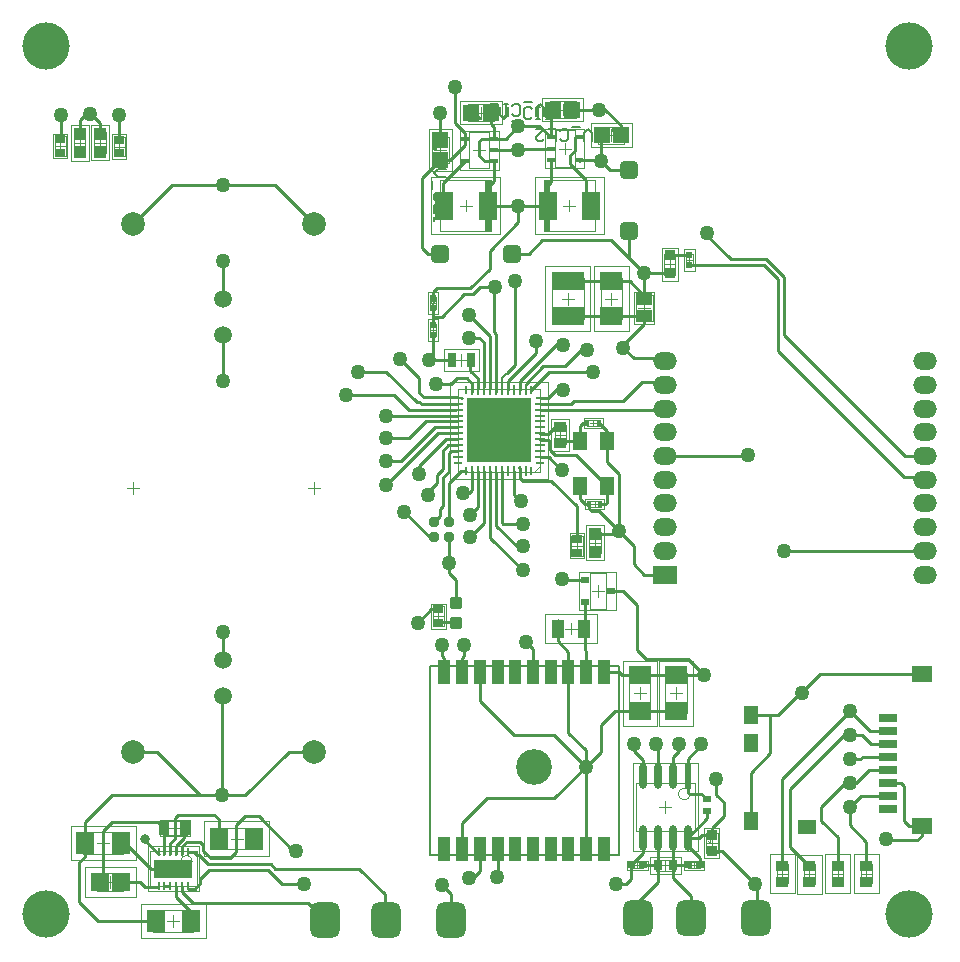
<source format=gtl>
G04*
G04 #@! TF.GenerationSoftware,Altium Limited,CircuitMaker,2.2.1 (2.2.1.6)*
G04*
G04 Layer_Physical_Order=1*
G04 Layer_Color=25308*
%FSLAX42Y42*%
%MOMM*%
G71*
G04*
G04 #@! TF.SameCoordinates,594ED0CD-E859-4A23-B6EA-3589AB250A5C*
G04*
G04*
G04 #@! TF.FilePolarity,Positive*
G04*
G01*
G75*
%ADD10C,0.10*%
%ADD13C,0.25*%
%ADD14C,0.81*%
%ADD15C,0.20*%
%ADD17C,0.13*%
%ADD19C,0.05*%
%ADD20C,0.12*%
%ADD21C,0.18*%
%ADD22C,0.03*%
%ADD23R,0.58X4.31*%
G04:AMPARAMS|DCode=24|XSize=0.8mm|YSize=1.25mm|CornerRadius=0.08mm|HoleSize=0mm|Usage=FLASHONLY|Rotation=180.000|XOffset=0mm|YOffset=0mm|HoleType=Round|Shape=RoundedRectangle|*
%AMROUNDEDRECTD24*
21,1,0.80,1.09,0,0,180.0*
21,1,0.64,1.25,0,0,180.0*
1,1,0.16,-0.32,0.55*
1,1,0.16,0.32,0.55*
1,1,0.16,0.32,-0.55*
1,1,0.16,-0.32,-0.55*
%
%ADD24ROUNDEDRECTD24*%
%ADD25R,1.50X1.90*%
%ADD26R,1.50X1.55*%
%ADD27R,3.30X1.50*%
%ADD28R,0.24X0.70*%
G04:AMPARAMS|DCode=29|XSize=3mm|YSize=2.5mm|CornerRadius=0.63mm|HoleSize=0mm|Usage=FLASHONLY|Rotation=270.000|XOffset=0mm|YOffset=0mm|HoleType=Round|Shape=RoundedRectangle|*
%AMROUNDEDRECTD29*
21,1,3.00,1.25,0,0,270.0*
21,1,1.75,2.50,0,0,270.0*
1,1,1.25,-0.63,-0.88*
1,1,1.25,-0.63,0.88*
1,1,1.25,0.63,0.88*
1,1,1.25,0.63,-0.88*
%
%ADD29ROUNDEDRECTD29*%
%ADD30R,1.05X0.90*%
%ADD31R,0.70X0.60*%
%ADD32R,0.90X0.85*%
G04:AMPARAMS|DCode=33|XSize=0.55mm|YSize=0.6mm|CornerRadius=0.06mm|HoleSize=0mm|Usage=FLASHONLY|Rotation=270.000|XOffset=0mm|YOffset=0mm|HoleType=Round|Shape=RoundedRectangle|*
%AMROUNDEDRECTD33*
21,1,0.55,0.49,0,0,270.0*
21,1,0.44,0.60,0,0,270.0*
1,1,0.11,-0.24,-0.22*
1,1,0.11,-0.24,0.22*
1,1,0.11,0.24,0.22*
1,1,0.11,0.24,-0.22*
%
%ADD33ROUNDEDRECTD33*%
%ADD34R,0.80X0.95*%
G04:AMPARAMS|DCode=35|XSize=1mm|YSize=1mm|CornerRadius=0.15mm|HoleSize=0mm|Usage=FLASHONLY|Rotation=0.000|XOffset=0mm|YOffset=0mm|HoleType=Round|Shape=RoundedRectangle|*
%AMROUNDEDRECTD35*
21,1,1.00,0.70,0,0,0.0*
21,1,0.70,1.00,0,0,0.0*
1,1,0.30,0.35,-0.35*
1,1,0.30,-0.35,-0.35*
1,1,0.30,-0.35,0.35*
1,1,0.30,0.35,0.35*
%
%ADD35ROUNDEDRECTD35*%
%ADD36R,0.85X0.70*%
%ADD37R,1.00X1.05*%
%ADD38O,0.60X2.20*%
%ADD39R,0.60X2.20*%
%ADD40R,0.55X0.55*%
%ADD41R,0.90X0.90*%
%ADD42R,0.75X0.60*%
G04:AMPARAMS|DCode=43|XSize=0.55mm|YSize=0.58mm|CornerRadius=0.14mm|HoleSize=0mm|Usage=FLASHONLY|Rotation=270.000|XOffset=0mm|YOffset=0mm|HoleType=Round|Shape=RoundedRectangle|*
%AMROUNDEDRECTD43*
21,1,0.55,0.29,0,0,270.0*
21,1,0.26,0.58,0,0,270.0*
1,1,0.29,-0.15,-0.13*
1,1,0.29,-0.15,0.13*
1,1,0.29,0.15,0.13*
1,1,0.29,0.15,-0.13*
%
%ADD43ROUNDEDRECTD43*%
%ADD44R,1.10X1.50*%
%ADD45R,1.70X1.40*%
%ADD46R,1.50X1.15*%
%ADD47R,1.15X1.50*%
%ADD48R,1.50X0.80*%
%ADD49R,1.02X2.01*%
%ADD50R,1.90X1.50*%
%ADD51R,0.70X0.20*%
%ADD52R,0.85X0.20*%
%ADD53R,0.20X0.70*%
%ADD54R,0.20X0.85*%
%ADD55R,5.50X5.50*%
%ADD56R,0.70X0.45*%
%ADD57R,0.80X1.30*%
%ADD58R,2.80X1.50*%
%ADD59R,0.45X0.50*%
%ADD60R,1.25X1.60*%
%ADD61R,1.50X2.40*%
%ADD62R,1.35X1.10*%
%ADD63R,1.35X1.45*%
%ADD64R,1.45X1.35*%
G04:AMPARAMS|DCode=65|XSize=1.52mm|YSize=1.52mm|CornerRadius=0.38mm|HoleSize=0mm|Usage=FLASHONLY|Rotation=0.000|XOffset=0mm|YOffset=0mm|HoleType=Round|Shape=RoundedRectangle|*
%AMROUNDEDRECTD65*
21,1,1.52,0.76,0,0,0.0*
21,1,0.76,1.52,0,0,0.0*
1,1,0.76,0.38,-0.38*
1,1,0.76,-0.38,-0.38*
1,1,0.76,-0.38,0.38*
1,1,0.76,0.38,0.38*
%
%ADD65ROUNDEDRECTD65*%
G04:AMPARAMS|DCode=66|XSize=1.52mm|YSize=1.52mm|CornerRadius=0.38mm|HoleSize=0mm|Usage=FLASHONLY|Rotation=90.000|XOffset=0mm|YOffset=0mm|HoleType=Round|Shape=RoundedRectangle|*
%AMROUNDEDRECTD66*
21,1,1.52,0.76,0,0,90.0*
21,1,0.76,1.52,0,0,90.0*
1,1,0.76,0.38,0.38*
1,1,0.76,0.38,-0.38*
1,1,0.76,-0.38,-0.38*
1,1,0.76,-0.38,0.38*
%
%ADD66ROUNDEDRECTD66*%
%ADD119C,4.00*%
%ADD120O,2.03X1.52*%
%ADD121R,2.03X1.52*%
%ADD122C,2.00*%
%ADD123C,1.52*%
%ADD124C,3.02*%
%ADD125C,0.95*%
%ADD126C,1.27*%
%ADD127C,0.80*%
G36*
X6122Y8037D02*
X6122Y8037D01*
Y8036D01*
X6122Y8036D01*
X6122Y8035D01*
X6122Y8035D01*
X6122Y8034D01*
X6122Y8034D01*
Y8034D01*
X6122Y8034D01*
X6122Y8034D01*
X6122Y8034D01*
X6122Y8033D01*
X6121Y8033D01*
X6121Y8033D01*
X6121Y8032D01*
X6120Y8032D01*
X6120Y8032D01*
X6120Y8032D01*
X6120Y8032D01*
X6120Y8032D01*
X6119Y8032D01*
X6119Y8032D01*
X6119Y8032D01*
X6118Y8032D01*
X6118D01*
X6118D01*
X6118D01*
X6118Y8032D01*
X6118D01*
X6117Y8032D01*
X6117Y8032D01*
X6117Y8032D01*
X6116Y8032D01*
X6116Y8032D01*
X6115Y8032D01*
X6115Y8033D01*
X6115Y8033D01*
X6115Y8033D01*
X6115Y8033D01*
X6115Y8033D01*
X6115Y8033D01*
X6115Y8033D01*
X6115Y8033D01*
X6114Y8034D01*
X6114Y8034D01*
X6114Y8034D01*
X6114Y8035D01*
X6114Y8035D01*
X6114Y8035D01*
X6114Y8036D01*
X6114Y8036D01*
X6114Y8036D01*
X6114Y8036D01*
X6114Y8036D01*
X6113Y8036D01*
X6113Y8035D01*
X6113Y8035D01*
X6113Y8035D01*
X6113Y8035D01*
X6113Y8035D01*
X6113Y8034D01*
X6112Y8034D01*
X6112Y8034D01*
X6112Y8034D01*
X6111Y8033D01*
X6111Y8033D01*
X6106Y8030D01*
Y8033D01*
X6110Y8035D01*
X6110D01*
X6110Y8035D01*
X6110Y8035D01*
X6110Y8035D01*
X6110Y8035D01*
X6111Y8036D01*
X6111Y8036D01*
X6111Y8036D01*
X6112Y8036D01*
X6112Y8037D01*
X6112Y8037D01*
X6112Y8037D01*
X6112Y8037D01*
X6112Y8037D01*
X6113Y8037D01*
X6113Y8037D01*
X6113Y8038D01*
X6113Y8038D01*
X6113Y8038D01*
X6113Y8038D01*
X6113Y8038D01*
X6113Y8038D01*
X6113Y8039D01*
Y8039D01*
X6113Y8039D01*
Y8039D01*
X6113Y8039D01*
Y8039D01*
X6114Y8039D01*
Y8042D01*
X6106D01*
Y8044D01*
X6122D01*
Y8037D01*
D02*
G37*
G36*
X6118Y8027D02*
X6118Y8027D01*
X6119Y8027D01*
X6119Y8027D01*
X6119Y8027D01*
X6119Y8027D01*
X6119Y8027D01*
X6119Y8026D01*
X6120Y8026D01*
X6120Y8025D01*
X6120Y8025D01*
X6120Y8025D01*
X6120Y8025D01*
X6121Y8024D01*
X6121Y8024D01*
X6121Y8024D01*
X6121Y8024D01*
X6122Y8023D01*
X6122Y8023D01*
X6123Y8023D01*
Y8022D01*
X6106D01*
Y8024D01*
X6119D01*
X6119Y8024D01*
X6119Y8024D01*
X6119Y8024D01*
X6119Y8024D01*
X6118Y8024D01*
X6118Y8025D01*
X6118Y8025D01*
X6118Y8025D01*
X6118Y8025D01*
X6117Y8026D01*
X6117Y8026D01*
X6117Y8026D01*
X6117Y8026D01*
X6117Y8027D01*
X6117Y8027D01*
X6117Y8027D01*
X6118D01*
Y8027D01*
D02*
G37*
G36*
X6103Y8005D02*
X6102D01*
Y8018D01*
X6103D01*
Y8005D01*
D02*
G37*
G36*
X6122Y7992D02*
X6121D01*
Y8001D01*
X6116D01*
Y7994D01*
X6114D01*
Y8001D01*
X6106D01*
Y8003D01*
X6122D01*
Y7992D01*
D02*
G37*
G36*
X6115Y7990D02*
X6115D01*
X6115Y7990D01*
X6115Y7990D01*
X6116Y7990D01*
X6116Y7990D01*
X6117Y7990D01*
X6118Y7990D01*
X6119Y7989D01*
X6119D01*
X6119Y7989D01*
X6119Y7989D01*
X6119Y7989D01*
X6119Y7989D01*
X6119Y7989D01*
X6120Y7988D01*
X6120Y7988D01*
X6121Y7988D01*
X6121Y7987D01*
X6122Y7986D01*
Y7986D01*
X6122Y7986D01*
X6122Y7986D01*
X6122Y7986D01*
X6122Y7986D01*
X6122Y7986D01*
X6122Y7985D01*
X6122Y7985D01*
X6122Y7985D01*
X6122Y7985D01*
X6123Y7984D01*
X6123Y7983D01*
X6123Y7982D01*
Y7982D01*
X6123Y7982D01*
Y7982D01*
X6123Y7981D01*
X6123Y7981D01*
X6122Y7980D01*
X6122Y7980D01*
X6122Y7979D01*
Y7979D01*
X6122Y7979D01*
X6122Y7979D01*
X6122Y7979D01*
X6122Y7979D01*
X6122Y7978D01*
X6121Y7978D01*
X6121Y7978D01*
X6121Y7977D01*
X6121Y7977D01*
X6121Y7977D01*
X6120Y7977D01*
X6120Y7977D01*
X6120Y7976D01*
X6119Y7976D01*
X6119Y7976D01*
X6119Y7976D01*
X6118Y7976D01*
X6117Y7978D01*
X6117D01*
X6117Y7978D01*
X6118Y7978D01*
X6118Y7978D01*
X6118Y7978D01*
X6118Y7978D01*
X6119Y7978D01*
X6119Y7978D01*
X6119Y7978D01*
X6119Y7978D01*
X6119Y7979D01*
X6120Y7979D01*
X6120Y7979D01*
X6120Y7979D01*
X6120Y7979D01*
X6120Y7980D01*
X6120Y7980D01*
X6121Y7980D01*
X6121Y7980D01*
X6121Y7980D01*
X6121Y7981D01*
X6121Y7981D01*
X6121Y7981D01*
X6121Y7982D01*
X6121Y7982D01*
Y7982D01*
X6121Y7983D01*
X6121Y7983D01*
X6121Y7983D01*
X6121Y7984D01*
X6121Y7984D01*
X6120Y7985D01*
X6120Y7985D01*
X6120Y7985D01*
X6120Y7985D01*
X6120Y7985D01*
X6120Y7986D01*
X6120Y7986D01*
X6120Y7986D01*
X6119Y7986D01*
X6119Y7986D01*
X6119Y7986D01*
X6119Y7987D01*
X6119Y7987D01*
X6119Y7987D01*
X6118Y7987D01*
X6118Y7987D01*
X6118Y7987D01*
X6118D01*
X6118Y7987D01*
X6118Y7987D01*
X6117Y7987D01*
X6117Y7988D01*
X6117Y7988D01*
X6117Y7988D01*
X6116Y7988D01*
X6116Y7988D01*
X6115Y7988D01*
X6114Y7988D01*
X6114D01*
X6114D01*
X6114D01*
X6114D01*
X6114Y7988D01*
X6114Y7988D01*
X6113Y7988D01*
X6113Y7988D01*
X6112Y7988D01*
X6111Y7987D01*
X6111Y7987D01*
X6111D01*
X6111Y7987D01*
X6111Y7987D01*
X6111Y7987D01*
X6110Y7987D01*
X6110Y7987D01*
X6110Y7986D01*
X6109Y7986D01*
X6109Y7986D01*
X6109Y7985D01*
Y7985D01*
X6109Y7985D01*
X6109Y7985D01*
X6109Y7985D01*
X6109Y7985D01*
X6108Y7985D01*
X6108Y7984D01*
X6108Y7984D01*
X6108Y7983D01*
X6108Y7983D01*
X6108Y7982D01*
Y7982D01*
X6108Y7982D01*
X6108Y7981D01*
X6108Y7981D01*
X6108Y7980D01*
X6108Y7980D01*
X6109Y7979D01*
Y7979D01*
X6109Y7979D01*
X6109Y7979D01*
X6109Y7979D01*
X6109Y7979D01*
X6109Y7978D01*
X6109Y7978D01*
X6109Y7978D01*
X6110Y7977D01*
X6113D01*
Y7982D01*
X6115D01*
Y7975D01*
X6109D01*
X6109Y7975D01*
X6109Y7975D01*
X6108Y7976D01*
X6108Y7976D01*
X6108Y7976D01*
X6108Y7976D01*
X6108Y7976D01*
X6108Y7977D01*
X6107Y7977D01*
X6107Y7978D01*
X6107Y7979D01*
Y7979D01*
X6107Y7979D01*
X6107Y7979D01*
X6107Y7979D01*
X6107Y7979D01*
X6107Y7979D01*
X6106Y7980D01*
X6106Y7980D01*
X6106Y7981D01*
X6106Y7981D01*
X6106Y7982D01*
Y7982D01*
X6106Y7982D01*
Y7983D01*
X6106Y7983D01*
X6106Y7983D01*
X6106Y7983D01*
X6106Y7984D01*
X6107Y7985D01*
X6107Y7986D01*
X6107Y7986D01*
Y7986D01*
X6107Y7986D01*
X6107Y7986D01*
X6107Y7987D01*
X6107Y7987D01*
X6108Y7987D01*
X6108Y7987D01*
X6108Y7988D01*
X6109Y7988D01*
X6109Y7989D01*
X6110Y7989D01*
X6110D01*
X6110Y7989D01*
X6110Y7989D01*
X6110Y7989D01*
X6111Y7989D01*
X6111Y7989D01*
X6111Y7990D01*
X6111Y7990D01*
X6112Y7990D01*
X6112Y7990D01*
X6113Y7990D01*
X6113Y7990D01*
X6114Y7990D01*
X6114D01*
X6114D01*
X6115D01*
X6115Y7990D01*
D02*
G37*
G36*
X6864Y6929D02*
X6856D01*
X6846Y6955D01*
X6835Y6929D01*
X6827D01*
Y7000D01*
X6836D01*
X6836Y6949D01*
X6836Y6949D01*
X6845Y6972D01*
X6847D01*
X6856Y6949D01*
X6856Y6949D01*
X6855Y7000D01*
X6864D01*
Y6929D01*
D02*
G37*
G36*
X6800Y7000D02*
X6801D01*
X6802Y7000D01*
X6803Y7000D01*
X6804Y6999D01*
X6806Y6999D01*
X6807Y6998D01*
X6808Y6998D01*
X6809Y6997D01*
X6810Y6996D01*
X6811Y6994D01*
X6812Y6993D01*
X6813Y6991D01*
Y6991D01*
X6814Y6991D01*
X6814Y6990D01*
X6814Y6990D01*
X6814Y6989D01*
X6815Y6987D01*
X6815Y6986D01*
X6816Y6985D01*
X6816Y6983D01*
X6817Y6981D01*
X6817Y6979D01*
X6817Y6976D01*
X6818Y6974D01*
X6818Y6971D01*
X6818Y6968D01*
X6818Y6965D01*
Y6965D01*
Y6964D01*
Y6963D01*
X6818Y6962D01*
Y6961D01*
X6818Y6959D01*
X6818Y6957D01*
X6818Y6955D01*
X6817Y6951D01*
X6816Y6946D01*
X6815Y6942D01*
X6814Y6940D01*
X6813Y6938D01*
X6813Y6938D01*
X6813Y6938D01*
X6813Y6937D01*
X6812Y6937D01*
X6811Y6935D01*
X6810Y6933D01*
X6808Y6931D01*
X6805Y6930D01*
X6804Y6929D01*
X6802Y6929D01*
X6801Y6928D01*
X6799Y6928D01*
X6798D01*
X6797Y6929D01*
X6796Y6929D01*
X6795Y6929D01*
X6793Y6930D01*
X6791Y6931D01*
X6789Y6932D01*
Y6941D01*
X6790Y6941D01*
X6790Y6940D01*
X6791Y6940D01*
X6792Y6939D01*
X6794Y6938D01*
X6795Y6938D01*
X6797Y6937D01*
X6799Y6937D01*
X6799D01*
X6799Y6937D01*
X6800Y6937D01*
X6802Y6938D01*
X6803Y6938D01*
X6804Y6939D01*
X6805Y6940D01*
X6805Y6941D01*
X6806Y6942D01*
X6806Y6943D01*
Y6943D01*
X6806Y6944D01*
X6807Y6944D01*
X6807Y6944D01*
X6807Y6945D01*
X6807Y6946D01*
X6807Y6947D01*
X6808Y6948D01*
X6808Y6950D01*
X6808Y6951D01*
X6808Y6953D01*
X6808Y6955D01*
X6808Y6957D01*
X6809Y6959D01*
X6809Y6962D01*
Y6964D01*
Y6965D01*
Y6965D01*
Y6966D01*
Y6967D01*
X6809Y6968D01*
Y6969D01*
X6808Y6971D01*
X6808Y6973D01*
X6808Y6976D01*
X6808Y6980D01*
X6807Y6981D01*
X6807Y6983D01*
X6807Y6984D01*
X6806Y6986D01*
Y6986D01*
X6806Y6986D01*
X6806Y6987D01*
X6805Y6988D01*
X6804Y6989D01*
X6803Y6990D01*
X6802Y6991D01*
X6800Y6992D01*
X6799Y6992D01*
X6798Y6992D01*
X6798D01*
X6797Y6992D01*
X6797Y6992D01*
X6795Y6991D01*
X6794Y6991D01*
X6792Y6990D01*
X6791Y6989D01*
X6790Y6988D01*
X6789Y6987D01*
Y6997D01*
X6789Y6997D01*
X6789Y6997D01*
X6790Y6998D01*
X6792Y6999D01*
X6793Y6999D01*
X6795Y7000D01*
X6797Y7000D01*
X6799Y7001D01*
X6800D01*
X6800Y7000D01*
D02*
G37*
G36*
X8474Y3585D02*
X8474Y3585D01*
X8474Y3584D01*
X8475Y3584D01*
X8475Y3584D01*
X8476Y3584D01*
X8476Y3584D01*
X8478Y3583D01*
X8479Y3582D01*
X8480Y3582D01*
X8480Y3581D01*
X8481Y3581D01*
X8481Y3580D01*
X8481Y3580D01*
X8482Y3580D01*
X8482Y3580D01*
X8482Y3579D01*
X8482Y3579D01*
X8482Y3579D01*
X8483Y3578D01*
X8483Y3578D01*
X8483Y3577D01*
X8483Y3576D01*
X8484Y3576D01*
X8484Y3575D01*
X8484Y3574D01*
X8484Y3573D01*
X8484Y3572D01*
X8484Y3571D01*
Y3571D01*
X8484Y3571D01*
Y3570D01*
X8484Y3570D01*
X8484Y3569D01*
X8484Y3568D01*
X8484Y3567D01*
X8483Y3566D01*
X8483Y3564D01*
X8482Y3564D01*
X8482Y3563D01*
X8482Y3563D01*
X8482Y3563D01*
X8482Y3563D01*
X8482Y3562D01*
X8481Y3562D01*
X8481Y3562D01*
X8481Y3562D01*
X8481Y3561D01*
X8480Y3561D01*
X8480Y3560D01*
X8479Y3560D01*
X8477Y3559D01*
X8476Y3558D01*
X8476D01*
X8476Y3558D01*
X8476Y3558D01*
X8475Y3558D01*
X8475Y3558D01*
X8474Y3558D01*
X8474Y3557D01*
X8473Y3557D01*
X8473Y3557D01*
X8472Y3557D01*
X8471Y3557D01*
X8469Y3556D01*
X8467Y3556D01*
X8467D01*
X8467D01*
X8467D01*
X8467Y3556D01*
X8466D01*
X8466Y3556D01*
X8465Y3557D01*
X8464Y3557D01*
X8463Y3557D01*
X8462Y3557D01*
X8460Y3558D01*
X8459Y3558D01*
X8459Y3558D01*
X8458Y3558D01*
X8458Y3558D01*
X8458Y3559D01*
X8458Y3559D01*
X8457Y3559D01*
X8457Y3560D01*
X8456Y3560D01*
X8455Y3561D01*
X8454Y3562D01*
X8453Y3564D01*
X8453Y3564D01*
X8453Y3564D01*
X8453Y3564D01*
X8453Y3564D01*
X8453Y3565D01*
X8452Y3565D01*
X8452Y3565D01*
X8452Y3566D01*
X8452Y3567D01*
X8452Y3567D01*
X8451Y3568D01*
X8451Y3570D01*
X8451Y3571D01*
Y3572D01*
X8451Y3572D01*
X8451Y3573D01*
X8451Y3573D01*
X8451Y3574D01*
X8451Y3574D01*
X8452Y3576D01*
X8452Y3577D01*
X8452Y3578D01*
X8453Y3578D01*
X8453Y3579D01*
X8454Y3580D01*
X8454Y3580D01*
X8454Y3580D01*
X8454Y3580D01*
X8454Y3580D01*
X8454Y3580D01*
X8455Y3581D01*
X8455Y3581D01*
X8455Y3581D01*
X8456Y3582D01*
X8456Y3582D01*
X8457Y3583D01*
X8457Y3583D01*
X8458Y3583D01*
X8459Y3584D01*
X8460Y3584D01*
X8460Y3584D01*
X8461Y3580D01*
X8461D01*
X8461Y3580D01*
X8461Y3580D01*
X8461Y3580D01*
X8461Y3580D01*
X8460Y3580D01*
X8459Y3579D01*
X8459Y3579D01*
X8458Y3578D01*
X8457Y3577D01*
X8456Y3577D01*
X8456Y3577D01*
X8456Y3576D01*
X8456Y3576D01*
X8455Y3575D01*
X8455Y3574D01*
X8455Y3574D01*
X8455Y3573D01*
X8455Y3571D01*
Y3571D01*
X8455Y3571D01*
Y3570D01*
X8455Y3570D01*
X8455Y3569D01*
X8455Y3568D01*
X8455Y3567D01*
X8456Y3566D01*
X8456Y3565D01*
Y3565D01*
X8457Y3565D01*
X8457Y3565D01*
X8457Y3564D01*
X8458Y3564D01*
X8458Y3563D01*
X8459Y3563D01*
X8460Y3562D01*
X8461Y3562D01*
X8461D01*
X8461Y3562D01*
X8462Y3562D01*
X8462Y3562D01*
X8462Y3561D01*
X8462Y3561D01*
X8463Y3561D01*
X8464Y3561D01*
X8465Y3561D01*
X8466Y3561D01*
X8467Y3561D01*
X8467D01*
X8468D01*
X8468D01*
X8468D01*
X8468Y3561D01*
X8469D01*
X8469Y3561D01*
X8470Y3561D01*
X8471Y3561D01*
X8472Y3561D01*
X8473Y3562D01*
X8474Y3562D01*
X8475D01*
X8475Y3562D01*
X8475Y3562D01*
X8475Y3562D01*
X8476Y3562D01*
X8476Y3563D01*
X8477Y3563D01*
X8478Y3564D01*
X8478Y3565D01*
X8479Y3566D01*
Y3566D01*
X8479Y3566D01*
X8479Y3566D01*
X8479Y3566D01*
X8479Y3566D01*
X8480Y3567D01*
X8480Y3567D01*
X8480Y3568D01*
X8480Y3569D01*
X8481Y3570D01*
X8481Y3571D01*
Y3571D01*
X8481Y3572D01*
Y3572D01*
X8480Y3572D01*
X8480Y3573D01*
X8480Y3574D01*
X8480Y3575D01*
X8479Y3576D01*
X8479Y3577D01*
X8479Y3577D01*
X8478Y3577D01*
X8478Y3577D01*
X8478Y3577D01*
X8478Y3577D01*
X8478Y3578D01*
X8478Y3578D01*
X8477Y3578D01*
X8477Y3578D01*
X8477Y3579D01*
X8476Y3579D01*
X8476Y3579D01*
X8475Y3580D01*
X8474Y3580D01*
X8474Y3580D01*
X8473Y3580D01*
X8472Y3580D01*
X8473Y3585D01*
X8474D01*
X8474Y3585D01*
D02*
G37*
G36*
X8492Y3529D02*
X8490D01*
Y3555D01*
X8492D01*
Y3529D01*
D02*
G37*
G36*
X8474Y3527D02*
X8474Y3527D01*
X8474Y3527D01*
X8475Y3527D01*
X8475Y3527D01*
X8477Y3527D01*
X8478Y3526D01*
X8478Y3526D01*
X8479Y3526D01*
X8480Y3525D01*
X8480Y3525D01*
X8480Y3525D01*
X8480Y3525D01*
X8481Y3525D01*
X8481Y3524D01*
X8481Y3524D01*
X8482Y3524D01*
X8482Y3523D01*
X8482Y3523D01*
X8483Y3522D01*
X8483Y3522D01*
X8483Y3521D01*
X8484Y3520D01*
X8484Y3519D01*
X8484Y3518D01*
X8484Y3518D01*
X8484Y3517D01*
Y3516D01*
X8484Y3516D01*
X8484Y3515D01*
X8484Y3515D01*
X8484Y3515D01*
X8484Y3514D01*
X8484Y3513D01*
X8483Y3512D01*
X8483Y3511D01*
X8483Y3510D01*
X8482Y3510D01*
X8482Y3509D01*
X8482Y3509D01*
X8482Y3509D01*
X8481Y3509D01*
X8481Y3509D01*
X8481Y3509D01*
X8481Y3509D01*
X8480Y3508D01*
X8480Y3508D01*
X8480Y3508D01*
X8479Y3507D01*
X8478Y3507D01*
X8477Y3507D01*
X8476Y3506D01*
X8475Y3506D01*
X8475Y3510D01*
X8475D01*
X8475D01*
X8475Y3510D01*
X8475Y3510D01*
X8476Y3511D01*
X8477Y3511D01*
X8477Y3511D01*
X8478Y3511D01*
X8479Y3512D01*
X8479Y3512D01*
X8479Y3513D01*
X8480Y3513D01*
X8480Y3513D01*
X8480Y3514D01*
X8480Y3514D01*
X8481Y3515D01*
X8481Y3516D01*
X8481Y3517D01*
Y3517D01*
X8481Y3517D01*
X8481Y3518D01*
X8481Y3518D01*
X8480Y3519D01*
X8480Y3520D01*
X8479Y3521D01*
X8479Y3521D01*
X8479Y3521D01*
X8479Y3521D01*
X8479Y3521D01*
X8479Y3522D01*
X8478Y3522D01*
X8478Y3522D01*
X8477Y3522D01*
X8476Y3523D01*
X8476Y3523D01*
X8474Y3523D01*
X8474Y3523D01*
X8473D01*
X8473D01*
X8473D01*
X8473D01*
X8473Y3523D01*
X8472D01*
X8472Y3523D01*
X8471Y3523D01*
X8470Y3523D01*
X8469Y3523D01*
X8469Y3522D01*
X8468Y3521D01*
X8468D01*
X8468Y3521D01*
X8468Y3521D01*
X8467Y3521D01*
X8467Y3520D01*
X8466Y3519D01*
X8466Y3519D01*
X8466Y3518D01*
X8466Y3517D01*
Y3516D01*
X8466Y3516D01*
X8466Y3515D01*
X8466Y3515D01*
X8466Y3514D01*
X8466Y3514D01*
X8467Y3513D01*
X8467Y3513D01*
X8467Y3513D01*
X8467Y3513D01*
X8467Y3512D01*
X8468Y3512D01*
X8468Y3511D01*
X8468Y3511D01*
X8469Y3511D01*
X8468Y3507D01*
X8452Y3510D01*
Y3526D01*
X8456D01*
Y3513D01*
X8464Y3511D01*
X8464Y3512D01*
X8464Y3512D01*
X8464Y3512D01*
X8464Y3512D01*
X8464Y3512D01*
X8464Y3513D01*
X8463Y3513D01*
X8463Y3514D01*
X8463Y3515D01*
X8462Y3516D01*
X8462Y3517D01*
Y3518D01*
X8462Y3518D01*
X8462Y3519D01*
X8463Y3519D01*
X8463Y3519D01*
X8463Y3520D01*
X8463Y3521D01*
X8463Y3522D01*
X8464Y3522D01*
X8464Y3523D01*
X8464Y3523D01*
X8465Y3524D01*
X8465Y3525D01*
X8465Y3525D01*
X8465Y3525D01*
X8466Y3525D01*
X8466Y3525D01*
X8466Y3525D01*
X8466Y3526D01*
X8467Y3526D01*
X8467Y3526D01*
X8468Y3526D01*
X8468Y3527D01*
X8469Y3527D01*
X8470Y3527D01*
X8470Y3527D01*
X8471Y3527D01*
X8472Y3527D01*
X8473Y3528D01*
X8473D01*
X8473D01*
X8473D01*
X8474Y3527D01*
D02*
G37*
G36*
X8475Y3502D02*
X8476Y3502D01*
X8476Y3502D01*
X8476Y3502D01*
X8477Y3502D01*
X8478Y3502D01*
X8479Y3502D01*
X8479Y3501D01*
X8480Y3501D01*
X8480Y3501D01*
X8481Y3500D01*
X8481Y3500D01*
X8481Y3499D01*
X8482Y3499D01*
X8482Y3499D01*
X8482Y3499D01*
X8482Y3499D01*
X8482Y3498D01*
X8482Y3498D01*
X8483Y3497D01*
X8483Y3497D01*
X8483Y3496D01*
X8484Y3496D01*
X8484Y3495D01*
X8484Y3494D01*
X8484Y3494D01*
X8484Y3493D01*
X8484Y3492D01*
Y3491D01*
X8484Y3491D01*
X8484Y3491D01*
X8484Y3490D01*
X8484Y3490D01*
X8484Y3489D01*
X8483Y3488D01*
X8483Y3487D01*
X8483Y3487D01*
X8483Y3486D01*
X8482Y3485D01*
X8482Y3485D01*
X8481Y3484D01*
X8481Y3484D01*
X8481Y3484D01*
X8481Y3484D01*
X8481Y3484D01*
X8481Y3484D01*
X8480Y3483D01*
X8480Y3483D01*
X8479Y3483D01*
X8479Y3483D01*
X8478Y3482D01*
X8477Y3482D01*
X8477Y3482D01*
X8476Y3482D01*
X8475Y3481D01*
X8474Y3481D01*
X8474D01*
X8474D01*
X8474D01*
X8474Y3481D01*
X8474D01*
X8473Y3481D01*
X8473Y3482D01*
X8472Y3482D01*
X8471Y3482D01*
X8470Y3482D01*
X8469Y3483D01*
X8469D01*
X8469Y3483D01*
X8469Y3483D01*
X8468Y3484D01*
X8468Y3484D01*
X8468Y3485D01*
X8467Y3486D01*
X8467Y3486D01*
X8466Y3487D01*
Y3487D01*
X8466Y3487D01*
X8466Y3487D01*
X8466Y3487D01*
X8466Y3487D01*
X8466Y3486D01*
X8465Y3485D01*
X8465Y3485D01*
X8464Y3484D01*
X8464Y3484D01*
X8464Y3484D01*
X8463Y3484D01*
X8463Y3483D01*
X8463Y3483D01*
X8462Y3483D01*
X8461Y3483D01*
X8461Y3483D01*
X8460Y3483D01*
X8460D01*
X8460D01*
X8459D01*
X8459Y3483D01*
X8459Y3483D01*
X8458Y3483D01*
X8458Y3483D01*
X8457Y3483D01*
X8456Y3484D01*
X8455Y3484D01*
X8455Y3484D01*
X8454Y3485D01*
X8454Y3485D01*
X8454Y3485D01*
X8454Y3485D01*
X8454Y3485D01*
X8454Y3486D01*
X8453Y3486D01*
X8453Y3486D01*
X8453Y3487D01*
X8453Y3487D01*
X8452Y3487D01*
X8452Y3488D01*
X8452Y3488D01*
X8452Y3489D01*
X8452Y3490D01*
X8452Y3491D01*
X8451Y3492D01*
Y3492D01*
X8452Y3493D01*
X8452Y3493D01*
X8452Y3493D01*
X8452Y3494D01*
X8452Y3494D01*
X8452Y3495D01*
X8452Y3496D01*
X8453Y3497D01*
X8453Y3498D01*
X8454Y3498D01*
X8454Y3499D01*
X8454Y3499D01*
X8454Y3499D01*
X8454Y3499D01*
X8454Y3499D01*
X8455Y3499D01*
X8455Y3499D01*
X8456Y3500D01*
X8456Y3500D01*
X8457Y3501D01*
X8459Y3501D01*
X8459Y3501D01*
X8460Y3501D01*
X8460D01*
X8460D01*
X8460D01*
X8461Y3501D01*
X8461Y3501D01*
X8462Y3501D01*
X8462Y3501D01*
X8463Y3500D01*
X8464Y3500D01*
X8464Y3500D01*
X8464Y3500D01*
X8464Y3499D01*
X8465Y3499D01*
X8465Y3499D01*
X8466Y3498D01*
X8466Y3497D01*
X8466Y3496D01*
Y3496D01*
X8466Y3497D01*
X8466Y3497D01*
X8466Y3497D01*
X8467Y3497D01*
X8467Y3498D01*
X8468Y3499D01*
X8468Y3500D01*
X8469Y3500D01*
X8469Y3501D01*
X8469D01*
X8469Y3501D01*
X8470Y3501D01*
X8470Y3501D01*
X8471Y3502D01*
X8472Y3502D01*
X8472Y3502D01*
X8473Y3502D01*
X8474Y3502D01*
X8475D01*
X8475D01*
X8475D01*
X8475Y3502D01*
D02*
G37*
G36*
X8476Y3473D02*
X8484D01*
Y3469D01*
X8476D01*
Y3455D01*
X8472D01*
X8452Y3470D01*
Y3473D01*
X8472D01*
Y3477D01*
X8476D01*
Y3473D01*
D02*
G37*
%LPC*%
G36*
X6121Y8042D02*
X6115D01*
Y8037D01*
X6115Y8037D01*
Y8037D01*
X6115Y8036D01*
X6115Y8036D01*
X6116Y8036D01*
X6116Y8035D01*
X6116Y8035D01*
X6116Y8035D01*
X6116Y8035D01*
X6116Y8035D01*
X6116Y8035D01*
X6116Y8035D01*
X6116Y8034D01*
X6117Y8034D01*
X6117Y8034D01*
X6117Y8034D01*
X6117Y8034D01*
X6117Y8034D01*
X6117Y8034D01*
X6117Y8034D01*
X6118Y8034D01*
X6118Y8034D01*
X6118D01*
X6118D01*
X6118D01*
X6118Y8034D01*
X6119Y8034D01*
X6119Y8034D01*
X6119Y8034D01*
X6120Y8034D01*
X6120Y8035D01*
X6120Y8035D01*
X6120Y8035D01*
X6120Y8035D01*
X6120Y8035D01*
X6120Y8036D01*
X6121Y8036D01*
X6121Y8037D01*
X6121Y8037D01*
Y8042D01*
D02*
G37*
G36*
X8460Y3497D02*
X8460D01*
X8460D01*
X8459D01*
X8459Y3497D01*
X8459Y3497D01*
X8458Y3497D01*
X8457Y3496D01*
X8457Y3496D01*
X8456Y3496D01*
X8456Y3496D01*
X8456Y3495D01*
X8456Y3495D01*
X8455Y3495D01*
X8455Y3494D01*
X8455Y3493D01*
X8455Y3493D01*
X8455Y3492D01*
Y3492D01*
X8455Y3491D01*
X8455Y3491D01*
X8455Y3490D01*
X8455Y3489D01*
X8456Y3489D01*
X8456Y3488D01*
X8456Y3488D01*
X8456Y3488D01*
X8457Y3488D01*
X8457Y3487D01*
X8458Y3487D01*
X8458Y3487D01*
X8459Y3487D01*
X8460Y3487D01*
X8460D01*
X8460D01*
X8460Y3487D01*
X8460Y3487D01*
X8461Y3487D01*
X8462Y3487D01*
X8462Y3487D01*
X8463Y3488D01*
X8463Y3488D01*
X8463Y3488D01*
X8464Y3488D01*
X8464Y3489D01*
X8464Y3489D01*
X8464Y3490D01*
X8465Y3490D01*
X8465Y3491D01*
X8465Y3492D01*
Y3492D01*
X8465Y3492D01*
X8465Y3493D01*
X8465Y3493D01*
X8464Y3494D01*
X8464Y3494D01*
X8464Y3495D01*
X8463Y3496D01*
X8463Y3496D01*
X8463Y3496D01*
X8463Y3496D01*
X8462Y3496D01*
X8462Y3497D01*
X8461Y3497D01*
X8461Y3497D01*
X8460Y3497D01*
D02*
G37*
G36*
X8475Y3498D02*
X8474D01*
X8474D01*
X8474D01*
X8474Y3498D01*
X8474Y3498D01*
X8473Y3498D01*
X8472Y3498D01*
X8471Y3498D01*
X8471Y3497D01*
X8470Y3497D01*
X8470Y3496D01*
X8470Y3496D01*
X8469Y3496D01*
X8469Y3495D01*
X8469Y3495D01*
X8468Y3494D01*
X8468Y3493D01*
X8468Y3492D01*
Y3491D01*
X8468Y3491D01*
X8468Y3491D01*
X8468Y3490D01*
X8468Y3489D01*
X8469Y3489D01*
X8469Y3488D01*
X8470Y3487D01*
X8470Y3487D01*
X8470Y3487D01*
X8471Y3487D01*
X8471Y3486D01*
X8472Y3486D01*
X8473Y3486D01*
X8473Y3485D01*
X8474Y3485D01*
X8474D01*
X8475D01*
X8475Y3485D01*
X8475Y3485D01*
X8476Y3486D01*
X8476Y3486D01*
X8477Y3486D01*
X8478Y3486D01*
X8478Y3486D01*
X8478Y3486D01*
X8478Y3486D01*
X8479Y3487D01*
X8479Y3487D01*
X8479Y3487D01*
X8480Y3488D01*
X8480Y3488D01*
X8480Y3489D01*
X8480Y3489D01*
X8480Y3489D01*
X8481Y3490D01*
X8481Y3490D01*
X8481Y3491D01*
X8481Y3491D01*
X8481Y3492D01*
Y3492D01*
X8481Y3492D01*
X8481Y3493D01*
X8481Y3494D01*
X8480Y3494D01*
X8480Y3495D01*
X8480Y3496D01*
X8479Y3497D01*
X8479Y3497D01*
X8479Y3497D01*
X8478Y3497D01*
X8478Y3497D01*
X8477Y3498D01*
X8476Y3498D01*
X8476Y3498D01*
X8475Y3498D01*
D02*
G37*
G36*
X8472Y3469D02*
X8458D01*
X8472Y3459D01*
Y3469D01*
D02*
G37*
%LPD*%
D10*
X6331Y6599D02*
X7031D01*
X6331D02*
Y7299D01*
X7031D01*
Y6599D02*
Y7299D01*
X6981Y6599D02*
X7031Y6649D01*
X3836Y3519D02*
X4036D01*
X3836D02*
Y3644D01*
X4036D01*
Y3519D02*
Y3644D01*
X3936Y3541D02*
Y3621D01*
X3896Y3581D02*
X3976D01*
X8420Y3328D02*
X8547D01*
Y3582D01*
X8420D02*
X8547D01*
X8420Y3328D02*
Y3582D01*
X4084Y3299D02*
G03*
X4084Y3299I-50J0D01*
G01*
X8300Y3870D02*
G03*
X8300Y3870I-50J0D01*
G01*
X4036Y3519D02*
Y3644D01*
X3836Y3519D02*
Y3644D01*
Y3519D02*
X4036D01*
X3836Y3644D02*
X4036D01*
X3754Y2704D02*
X4094D01*
X3754Y2884D02*
X4094D01*
Y2704D02*
Y2884D01*
X3754Y2704D02*
Y2884D01*
X3280Y3197D02*
X3500D01*
X3280Y3052D02*
X3500D01*
X3280D02*
Y3197D01*
X3500Y3052D02*
Y3197D01*
X3160Y3364D02*
X3500D01*
X3160Y3544D02*
X3500D01*
Y3364D02*
Y3544D01*
X3160Y3364D02*
Y3544D01*
X4290Y3583D02*
X4630D01*
X4290Y3403D02*
X4630D01*
X4290D02*
Y3583D01*
X4630Y3403D02*
Y3583D01*
X3724Y3089D02*
Y3388D01*
X4124Y3089D02*
Y3388D01*
X3724Y3089D02*
X4124D01*
X3724Y3388D02*
X4124D01*
X9744Y3279D02*
X9839D01*
X9744Y3114D02*
X9839D01*
Y3279D01*
X9744Y3114D02*
Y3279D01*
X9033D02*
X9128D01*
X9033Y3114D02*
X9128D01*
Y3279D01*
X9033Y3114D02*
Y3279D01*
X9503D02*
X9598D01*
X9503Y3114D02*
X9598D01*
Y3279D01*
X9503Y3114D02*
Y3279D01*
X9262Y3274D02*
X9357D01*
X9262Y3109D02*
X9357D01*
Y3274D01*
X9262Y3109D02*
Y3274D01*
X8532Y3368D02*
Y3543D01*
X8436Y3368D02*
Y3543D01*
X8532D01*
X8436Y3368D02*
X8532D01*
X8281Y3240D02*
X8381D01*
X8281Y3290D02*
X8381D01*
X8281Y3240D02*
Y3290D01*
X8381Y3240D02*
Y3290D01*
X8007Y3217D02*
Y3312D01*
X8172Y3217D02*
Y3312D01*
X8007D02*
X8172D01*
X8007Y3217D02*
X8172D01*
X7799Y3240D02*
X7899D01*
X7799Y3290D02*
X7899D01*
X7799Y3240D02*
Y3290D01*
X7899Y3240D02*
Y3290D01*
X6121Y5294D02*
Y5459D01*
X6216Y5294D02*
Y5459D01*
X6121Y5294D02*
X6216D01*
X6121Y5459D02*
X6216D01*
X2919Y9440D02*
X3014D01*
X2919Y9275D02*
X3014D01*
Y9440D01*
X2919Y9275D02*
Y9440D01*
X3084Y9295D02*
X3180D01*
X3084Y9470D02*
X3180D01*
X3084Y9295D02*
Y9470D01*
X3180Y9295D02*
Y9470D01*
X7446Y5909D02*
X7542D01*
X7446Y6084D02*
X7542D01*
X7446Y5909D02*
Y6084D01*
X7542Y5909D02*
Y6084D01*
X7294Y6054D02*
X7389D01*
X7294Y5889D02*
X7389D01*
Y6054D01*
X7294Y5889D02*
Y6054D01*
X7840Y3560D02*
Y3960D01*
X8340Y3560D02*
Y3960D01*
X7840Y3560D02*
X8340D01*
X7840Y3960D02*
X8340D01*
X3254Y9297D02*
X3350D01*
X3254Y9472D02*
X3350D01*
X3254Y9297D02*
Y9472D01*
X3350Y9297D02*
Y9472D01*
X3418Y9433D02*
X3513D01*
X3418Y9268D02*
X3513D01*
Y9433D01*
X3418Y9268D02*
Y9433D01*
X8266Y8338D02*
X8321D01*
X8266Y8443D02*
X8321D01*
X8266Y8338D02*
Y8443D01*
X8321Y8338D02*
Y8443D01*
X8175Y8268D02*
Y8443D01*
X8081Y8268D02*
Y8443D01*
X8175D01*
X8081Y8268D02*
X8175D01*
X7448Y5438D02*
X7588D01*
X7448Y5738D02*
X7588D01*
Y5438D02*
Y5738D01*
X7448Y5438D02*
Y5738D01*
X6094Y7850D02*
X6149D01*
X6094Y7745D02*
X6149D01*
Y7850D01*
X6094Y7745D02*
Y7850D01*
X8269Y4554D02*
Y4894D01*
X8089Y4554D02*
Y4894D01*
X8269D01*
X8089Y4554D02*
X8269D01*
X7964D02*
Y4894D01*
X7784Y4554D02*
Y4894D01*
X7964D01*
X7784Y4554D02*
X7964D01*
X7154Y9179D02*
X7324D01*
X7154Y9489D02*
X7324D01*
Y9179D02*
Y9489D01*
X7154Y9179D02*
Y9489D01*
X7543Y8235D02*
X7723D01*
X7543Y7894D02*
X7723D01*
Y8235D01*
X7543Y7894D02*
Y8235D01*
X7129Y7894D02*
Y8235D01*
X7399Y7894D02*
Y8235D01*
X7129Y7894D02*
X7399D01*
X7129Y8235D02*
X7399D01*
X7153Y6830D02*
X7248D01*
X7153Y6995D02*
X7248D01*
X7153Y6830D02*
Y6995D01*
X7248Y6830D02*
Y6995D01*
X7531Y6983D02*
Y7038D01*
X7426Y6983D02*
Y7038D01*
Y6983D02*
X7531D01*
X7426Y7038D02*
X7531D01*
X7439Y6297D02*
Y6352D01*
X7544Y6297D02*
Y6352D01*
X7439D02*
X7544D01*
X7439Y6297D02*
X7544D01*
X7062Y8636D02*
Y9067D01*
X7493Y8636D02*
Y9067D01*
X7062D02*
X7493D01*
X7062Y8636D02*
X7493D01*
X7840Y7878D02*
Y8098D01*
X7985Y7878D02*
Y8098D01*
X7840Y7878D02*
X7985D01*
X7840Y8098D02*
X7985D01*
X7331Y9592D02*
Y9737D01*
X7110Y9592D02*
Y9737D01*
Y9592D02*
X7331D01*
X7110Y9737D02*
X7331D01*
X7743Y9376D02*
Y9521D01*
X7522Y9376D02*
Y9521D01*
Y9376D02*
X7743D01*
X7522Y9521D02*
X7743D01*
X6417Y9567D02*
Y9712D01*
X6638Y9567D02*
Y9712D01*
X6417D02*
X6638D01*
X6417Y9567D02*
X6638D01*
X6616Y8636D02*
Y9067D01*
X6185Y8636D02*
Y9067D01*
Y8636D02*
X6616D01*
X6185Y9067D02*
X6616D01*
X6112Y9432D02*
X6257D01*
X6112Y9211D02*
X6257D01*
Y9432D01*
X6112Y9211D02*
Y9432D01*
X6600Y9167D02*
Y9477D01*
X6430Y9167D02*
Y9477D01*
Y9167D02*
X6600D01*
X6430Y9477D02*
X6600D01*
X5068Y6464D02*
X5168D01*
X5118Y6414D02*
Y6514D01*
X3531Y6464D02*
X3631D01*
X3581Y6414D02*
Y6514D01*
X3886Y3581D02*
X3986D01*
X3936Y3531D02*
Y3631D01*
X3924Y2744D02*
Y2844D01*
X3874Y2794D02*
X3974D01*
X3390Y3074D02*
Y3174D01*
X3340Y3124D02*
X3440D01*
X3330Y3404D02*
Y3504D01*
X3280Y3454D02*
X3380D01*
X4460Y3442D02*
Y3542D01*
X4410Y3492D02*
X4510D01*
X3874Y3238D02*
X3974D01*
X3924Y3189D02*
Y3288D01*
X9792Y3149D02*
Y3244D01*
X9744Y3196D02*
X9839D01*
X9081Y3149D02*
Y3244D01*
X9033Y3196D02*
X9128D01*
X9550Y3149D02*
Y3244D01*
X9503Y3196D02*
X9598D01*
X9309Y3144D02*
Y3239D01*
X9262Y3192D02*
X9357D01*
X8436Y3455D02*
X8532D01*
X8484Y3407D02*
Y3503D01*
X8547Y3328D02*
Y3582D01*
X8420Y3328D02*
Y3582D01*
X8547D01*
X8420Y3328D02*
X8547D01*
X8331Y3240D02*
Y3290D01*
X8306Y3265D02*
X8356D01*
X8042D02*
X8137D01*
X8090Y3217D02*
Y3312D01*
X7849Y3240D02*
Y3290D01*
X7824Y3265D02*
X7874D01*
X6121Y5376D02*
X6216D01*
X6169Y5329D02*
Y5424D01*
X2967Y9310D02*
Y9405D01*
X2919Y9357D02*
X3014D01*
X3132Y9335D02*
Y9431D01*
X3084Y9383D02*
X3180D01*
X7494Y5949D02*
Y6045D01*
X7446Y5997D02*
X7542D01*
X7342Y5924D02*
Y6019D01*
X7294Y5971D02*
X7389D01*
X8040Y3760D02*
X8140D01*
X8090Y3710D02*
Y3810D01*
X3302Y9336D02*
Y9432D01*
X3254Y9384D02*
X3350D01*
X3466Y9303D02*
Y9398D01*
X3418Y9351D02*
X3513D01*
X8293Y8363D02*
Y8418D01*
X8266Y8390D02*
X8321D01*
X8081Y8355D02*
X8175D01*
X8128Y8308D02*
Y8403D01*
X7518Y5538D02*
Y5638D01*
X7468Y5588D02*
X7568D01*
X6121Y7770D02*
Y7825D01*
X6094Y7798D02*
X6149D01*
X7290Y5221D02*
Y5321D01*
X7240Y5271D02*
X7340D01*
X8129Y4724D02*
X8229D01*
X8179Y4674D02*
Y4774D01*
X7824Y4724D02*
X7924D01*
X7874Y4674D02*
Y4774D01*
X7239Y9285D02*
Y9385D01*
X7189Y9335D02*
X7289D01*
X6313Y7544D02*
X6413D01*
X6363Y7494D02*
Y7594D01*
X7633Y8014D02*
Y8114D01*
X7583Y8064D02*
X7683D01*
X7214D02*
X7314D01*
X7264Y8014D02*
Y8114D01*
X7201Y6865D02*
Y6960D01*
X7153Y6913D02*
X7248D01*
X7451Y7010D02*
X7506D01*
X7479Y6983D02*
Y7038D01*
X7464Y6325D02*
X7519D01*
X7491Y6297D02*
Y6352D01*
X6985Y8607D02*
Y9097D01*
X7570Y8607D02*
Y9097D01*
X6985D02*
X7570D01*
X6985Y8607D02*
X7570D01*
X7227Y8852D02*
X7327D01*
X7277Y8802D02*
Y8902D01*
X7862Y7988D02*
X7962D01*
X7912Y7938D02*
Y8038D01*
X7170Y9665D02*
X7270D01*
X7220Y9615D02*
Y9715D01*
X7583Y9449D02*
X7683D01*
X7633Y9399D02*
Y9499D01*
X6478Y9639D02*
X6578D01*
X6528Y9589D02*
Y9689D01*
X6693Y8607D02*
Y9097D01*
X6108Y8607D02*
Y9097D01*
Y8607D02*
X6693D01*
X6108Y9097D02*
X6693D01*
X6351Y8852D02*
X6451D01*
X6401Y8802D02*
Y8902D01*
X6185Y9272D02*
Y9372D01*
X6135Y9322D02*
X6235D01*
X6465D02*
X6565D01*
X6515Y9272D02*
Y9372D01*
D13*
X7025Y6922D02*
X7100D01*
X7158Y6980D01*
X7110Y6785D02*
X7155Y6740D01*
X7110Y6785D02*
Y6857D01*
X7026Y7122D02*
X8077D01*
X8087Y7132D01*
X7799Y3150D02*
Y3272D01*
X4342Y7367D02*
Y7763D01*
X4338Y3862D02*
Y4699D01*
X3683Y3474D02*
X3799Y3359D01*
X3124Y3289D02*
X3180Y3345D01*
X3124Y2959D02*
Y3289D01*
Y2959D02*
X3289Y2794D01*
X6164Y6926D02*
X6336D01*
X4050Y3383D02*
Y3383D01*
X5499Y3238D02*
X5715Y3023D01*
X4787Y3238D02*
X5499D01*
X5715Y2819D02*
X5728Y2807D01*
X5715Y2819D02*
Y3023D01*
X5067Y2946D02*
X5207Y2807D01*
X4089Y2946D02*
X5067D01*
X3999Y3036D02*
X4089Y2946D01*
X3999Y3036D02*
Y3093D01*
X3849D02*
X3899D01*
X3792Y3086D02*
X3799Y3093D01*
X3683Y3086D02*
X3792D01*
X3645Y3124D02*
X3683Y3086D01*
X3480Y3124D02*
X3645D01*
X3175Y3459D02*
Y3632D01*
Y3459D02*
X3180Y3454D01*
X3175Y3632D02*
X3403Y3860D01*
X4152D01*
X3180Y3345D02*
Y3454D01*
X3289Y2794D02*
X3774D01*
X3949Y2998D02*
Y3093D01*
X4100Y2781D02*
Y2804D01*
X3949Y2998D02*
X4074Y2873D01*
Y2794D02*
Y2873D01*
X3849Y3358D02*
Y3578D01*
X3325Y3124D02*
Y3554D01*
X3404Y3632D01*
X6454Y7274D02*
Y7345D01*
X4940Y3391D02*
X4966D01*
Y3378D02*
Y3391D01*
X4648Y3683D02*
X4940Y3391D01*
X4221Y3277D02*
X4748D01*
X4787Y3238D01*
X4727Y3226D02*
X4842Y3111D01*
X5029D01*
X4534Y3683D02*
X4648D01*
X4308Y3442D02*
Y3655D01*
X4267Y3696D02*
X4308Y3655D01*
X3962Y3696D02*
X4267D01*
X3936Y3669D02*
X3962Y3696D01*
X3795Y3632D02*
X3846Y3581D01*
X3404Y3632D02*
X3795D01*
X3949Y3429D02*
X4014Y3494D01*
X3949Y3383D02*
Y3429D01*
X4014Y3494D02*
Y3518D01*
X3899Y3456D02*
X3936Y3492D01*
X3899Y3383D02*
Y3456D01*
X3936Y3492D02*
Y3669D01*
X3899Y3358D02*
Y3383D01*
X4458Y3378D02*
Y3607D01*
X4407Y3327D02*
X4458Y3378D01*
X4242Y3327D02*
X4407D01*
X4178Y3391D02*
X4242Y3327D01*
X4458Y3607D02*
X4534Y3683D01*
X4145Y3353D02*
X4221Y3277D01*
X4229Y3226D02*
X4727D01*
X4153Y3150D02*
X4229Y3226D01*
X4153Y3117D02*
Y3150D01*
X3581Y4229D02*
X3782D01*
X4152Y3860D01*
X4904Y4229D02*
X5118D01*
X4535Y3860D02*
X4904Y4229D01*
X4789Y9029D02*
X5118Y8699D01*
X4342Y9029D02*
X4789D01*
X3581Y8699D02*
X3911Y9029D01*
X4342D01*
X8420Y8623D02*
X8645Y8399D01*
X8945D01*
X8420Y8623D02*
X8446D01*
X6198Y3099D02*
X6274Y3023D01*
X6273Y2804D02*
X6274Y3023D01*
X4128Y3353D02*
X4145D01*
X4102Y3378D02*
X4128Y3353D01*
X3949Y3358D02*
Y3383D01*
X3999D02*
Y3428D01*
X4039Y3467D01*
X4153D01*
X4050Y3383D02*
X4055Y3378D01*
X4102D01*
X4153Y3467D02*
X4178Y3442D01*
Y3391D02*
Y3442D01*
X3999Y3358D02*
Y3383D01*
X3899Y3238D02*
X3924Y3213D01*
X3734Y3238D02*
X3899D01*
X3543Y3429D02*
X3734Y3238D01*
X3683Y3474D02*
Y3492D01*
X3846Y3581D02*
X3849Y3578D01*
X3799Y3358D02*
Y3359D01*
X4049Y3068D02*
X4104D01*
X4153Y3117D01*
X3503Y3429D02*
X3543D01*
X3480Y3124D02*
X3536Y3068D01*
X9652Y3607D02*
Y3759D01*
Y3607D02*
X9792Y3467D01*
Y3264D02*
Y3467D01*
X9550Y3264D02*
Y3505D01*
X9411Y3645D02*
X9550Y3505D01*
X9411Y3645D02*
Y3759D01*
X9614Y3962D01*
X9652D01*
X9957Y3492D02*
X9969Y3480D01*
X10224D01*
X9601Y4369D02*
X9652D01*
X9144Y3912D02*
X9601Y4369D01*
X9144Y3424D02*
Y3912D01*
Y3424D02*
X9309Y3259D01*
X9081Y3264D02*
Y4001D01*
X9652Y4572D01*
X8979Y4535D02*
X9044D01*
X8814D02*
X8979D01*
Y4216D02*
Y4535D01*
X8814Y4051D02*
X8979Y4216D01*
X8814Y3645D02*
Y4051D01*
X5994Y5321D02*
X6107Y5434D01*
X6908Y7330D02*
Y7345D01*
X7057Y7493D01*
X7239D01*
X7379Y7633D01*
X7162Y7671D02*
X7226D01*
X6856Y7294D02*
Y7365D01*
X7162Y7671D01*
X7379Y7633D02*
X7429D01*
X6956Y7294D02*
X7105Y7442D01*
X7480D01*
X6719Y6160D02*
X6883D01*
X6710Y6168D02*
X6719Y6160D01*
X7026Y7173D02*
X7288D01*
X7315Y7201D02*
X7731D01*
X7288Y7173D02*
X7315Y7201D01*
X7342Y6029D02*
Y6305D01*
X7123Y6523D02*
X7342Y6305D01*
X7494Y6072D02*
X7672D01*
X7531Y6262D02*
X7696Y6096D01*
X7467Y6262D02*
X7531D01*
X7672Y6072D02*
X7696Y6096D01*
X7366Y6370D02*
Y6477D01*
Y6370D02*
X7411Y6325D01*
X7442D01*
X7332Y6740D02*
X7595Y6477D01*
X7155Y6740D02*
X7332D01*
X7026Y6724D02*
X7028Y6722D01*
X7101D01*
X7206Y6617D01*
X7214D01*
X6858Y6350D02*
X6871D01*
X6710Y6168D02*
Y6544D01*
X6660Y6142D02*
X6833Y5969D01*
X6660Y6142D02*
Y6523D01*
X6609Y6040D02*
Y6604D01*
X6439Y6236D02*
X6507Y6304D01*
X6833Y5969D02*
X6883D01*
X8382Y3265D02*
Y3327D01*
X8280Y3429D02*
X8382Y3327D01*
X8280Y3429D02*
Y3500D01*
X8484Y3390D02*
X8573D01*
X8155Y3161D02*
Y3265D01*
Y3161D02*
X8306Y3010D01*
X7861Y2959D02*
X8025Y3123D01*
Y3251D01*
X7799Y3272D02*
X7899Y3373D01*
X7798Y3271D02*
X7799Y3272D01*
X6321Y5489D02*
Y5680D01*
Y5476D02*
Y5489D01*
X7671Y3111D02*
X7760D01*
X7799Y3150D01*
X8280Y4020D02*
Y4166D01*
X8395Y4281D01*
Y4293D01*
X8153Y4020D02*
Y4179D01*
X8204Y4230D01*
Y4293D01*
X8014D02*
X8026Y4281D01*
Y4020D02*
Y4281D01*
X7899Y4020D02*
Y4154D01*
X7823Y4230D02*
X7899Y4154D01*
X7823Y4230D02*
Y4293D01*
X8484Y3520D02*
Y3582D01*
X8585Y3684D01*
Y3798D01*
X8519Y3864D02*
X8585Y3798D01*
X8519Y3864D02*
Y4001D01*
X7861Y2819D02*
Y2959D01*
X7798Y3265D02*
Y3271D01*
X7899Y3373D02*
Y3500D01*
X8852Y3111D02*
X8865Y3099D01*
X8859Y2819D02*
X8865Y3099D01*
X8573Y3390D02*
X8852Y3111D01*
X8396Y3520D02*
X8484D01*
X8376Y3500D02*
X8396Y3520D01*
X8280Y3500D02*
X8376D01*
X8280Y3887D02*
Y4020D01*
Y3887D02*
X8293Y3874D01*
X8395D01*
X8446Y3824D01*
Y3665D02*
Y3724D01*
X8280Y3500D02*
X8446Y3665D01*
X8306Y2819D02*
Y3010D01*
X8025Y3499D02*
X8026Y3500D01*
X8025Y3265D02*
Y3499D01*
X8153Y3500D02*
X8155Y3499D01*
Y3265D02*
Y3499D01*
Y3265D02*
X8280D01*
X7899D02*
X8025D01*
X3215Y9630D02*
X3224D01*
X3186D02*
X3215D01*
X3132Y9576D02*
X3186Y9630D01*
X3224D02*
X3302Y9552D01*
X6045Y7227D02*
X6336D01*
X6558Y6523D02*
Y6604D01*
X6096Y6045D02*
X6134D01*
X5880Y6261D02*
X6096Y6045D01*
X6656Y6527D02*
X6660Y6523D01*
X6656Y6527D02*
Y6590D01*
X6708Y6546D02*
Y6602D01*
Y6546D02*
X6710Y6544D01*
X6558Y6523D02*
X6558Y6523D01*
X6558Y6481D02*
Y6523D01*
X6507Y6544D02*
Y6604D01*
X6507Y6544D02*
X6507Y6544D01*
X6507Y6460D02*
Y6544D01*
X6456Y6444D02*
Y6604D01*
X6430Y6418D02*
X6456Y6444D01*
X6609Y6040D02*
X6883Y5766D01*
X6456Y6604D02*
X6456Y6604D01*
X6507Y6460D02*
X6507Y6459D01*
Y6304D02*
Y6459D01*
X6558Y6481D02*
X6558Y6480D01*
Y6164D02*
Y6480D01*
X6439Y6045D02*
X6558Y6164D01*
X6377Y6418D02*
X6430D01*
X6807Y6401D02*
X6858Y6350D01*
X6261Y5740D02*
X6321Y5680D01*
X6107Y5434D02*
X6169D01*
X6807Y6401D02*
Y6604D01*
X6881Y6523D02*
X7123D01*
X6858Y6546D02*
Y6626D01*
X6854Y6630D02*
Y6636D01*
Y6630D02*
X6858Y6626D01*
Y6546D02*
X6881Y6523D01*
X6806Y6604D02*
X6807D01*
X6177Y5326D02*
X6321D01*
X6261Y5740D02*
Y5829D01*
X6669Y3151D02*
Y3400D01*
X6063Y7024D02*
X6336D01*
X6136Y6976D02*
X6278D01*
X5852Y6693D02*
X6136Y6976D01*
X5728Y6490D02*
X6164Y6926D01*
X6236Y6874D02*
X6309D01*
X6236Y6875D02*
X6236Y6874D01*
X6233Y6875D02*
X6236D01*
X6007Y6649D02*
X6233Y6875D01*
X6253Y6823D02*
X6336D01*
X6204Y6774D02*
X6253Y6823D01*
X6274Y6772D02*
X6336D01*
X6255Y6753D02*
X6274Y6772D01*
X6009Y7072D02*
X6335D01*
X6030Y7123D02*
X6313D01*
X6024Y7176D02*
X6335D01*
X6007Y7264D02*
X6045Y7227D01*
X6278Y6976D02*
X6335D01*
X6278Y6976D02*
X6278Y6976D01*
X6313Y7123D02*
X6315Y7124D01*
X6313Y7125D02*
X6315Y7124D01*
X6315D01*
X6309Y6875D02*
X6336D01*
X6309Y6874D02*
X6309Y6875D01*
X5923Y6883D02*
X6063Y7024D01*
X5728Y6883D02*
X5923D01*
X6028Y7125D02*
X6030Y7123D01*
X5922Y7125D02*
X6028D01*
X6014Y7185D02*
X6024Y7176D01*
X6335Y7072D02*
X6336Y7074D01*
X5728Y7074D02*
X6007D01*
X5795Y7252D02*
X5922Y7125D01*
X5984Y7185D02*
X6014D01*
X5728Y7442D02*
X5984Y7185D01*
X6007Y7074D02*
X6009Y7072D01*
X5728Y6693D02*
X5852D01*
X6007Y6579D02*
Y6649D01*
Y7264D02*
Y7391D01*
X5385Y7252D02*
X5795D01*
X5486Y7442D02*
X5728D01*
X3466Y9408D02*
Y9617D01*
X3302Y9459D02*
Y9552D01*
X2967Y9415D02*
X2970Y9418D01*
Y9617D01*
X3132Y9458D02*
Y9576D01*
X6300Y7125D02*
X6313D01*
X6668Y3152D02*
Y3163D01*
Y3152D02*
X6669Y3151D01*
X6426Y7734D02*
X6515D01*
X6388Y5042D02*
Y5131D01*
X6369Y5022D02*
X6388Y5042D01*
X6255Y6597D02*
Y6753D01*
X6210Y6553D02*
X6255Y6597D01*
X6210Y6312D02*
Y6553D01*
X6261Y6502D02*
X6361Y6602D01*
X6261Y6172D02*
Y6502D01*
X6204Y6619D02*
Y6774D01*
X6160Y6574D02*
X6204Y6619D01*
X7096Y6871D02*
X7110Y6857D01*
X7025Y6871D02*
X7096D01*
X8945Y8399D02*
X9093Y8251D01*
Y7760D02*
Y8251D01*
X9042Y7620D02*
X10107Y6556D01*
X9093Y7760D02*
X10122Y6731D01*
X9042Y7620D02*
Y8230D01*
X8924Y8348D02*
X9042Y8230D01*
X8293Y8348D02*
X8924D01*
X10107Y6556D02*
X10287D01*
X8087Y6731D02*
X8776D01*
X10122D02*
X10287D01*
X6750Y7436D02*
X6820Y7506D01*
Y8217D01*
X7912Y5728D02*
X8087D01*
X7912Y8280D02*
X8128D01*
X8291Y8430D02*
X8293Y8433D01*
X8128Y8430D02*
X8291D01*
X9093Y5931D02*
X10188D01*
X10211Y5954D01*
X9246Y4724D02*
Y4737D01*
X10246Y6515D02*
X10287Y6556D01*
X7214Y5690D02*
X7220Y5683D01*
X7408D01*
X8280Y5017D02*
X8420Y4877D01*
X7925Y5017D02*
X8280D01*
X7849Y5093D02*
X7925Y5017D01*
X7849Y5093D02*
Y5474D01*
X7734Y5588D02*
X7849Y5474D01*
X7628Y5588D02*
X7734D01*
X7410Y5090D02*
Y5271D01*
X7408Y5272D02*
X7410Y5271D01*
X7408Y5272D02*
Y5493D01*
X6360Y7222D02*
X6368D01*
X5842Y7557D02*
X6007Y7391D01*
X6335Y7176D02*
X6336Y7174D01*
X6160Y6502D02*
Y6574D01*
X6083Y6426D02*
X6160Y6502D01*
X6185Y6287D02*
X6210Y6312D01*
X6336Y6823D02*
Y6824D01*
X6083Y6401D02*
Y6426D01*
X6185Y6223D02*
Y6287D01*
X6134Y6172D02*
X6185Y6223D01*
X6909Y5156D02*
X6970Y5095D01*
Y4902D02*
Y5095D01*
X6756Y7366D02*
X6998Y7607D01*
X6756Y7294D02*
Y7366D01*
X6658Y7274D02*
Y7765D01*
X6607Y7295D02*
Y7744D01*
X6998Y7607D02*
Y7709D01*
X6556Y7316D02*
Y7693D01*
X6556Y7316D02*
X6556Y7316D01*
X6460Y8103D02*
X6517Y8160D01*
X6388Y8103D02*
X6460D01*
X6642Y7781D02*
Y8153D01*
X6648Y8160D01*
X6517D02*
X6648D01*
X6642Y7781D02*
X6658Y7765D01*
X6426Y7925D02*
X6607Y7744D01*
X6439Y7455D02*
X6505Y7389D01*
Y7295D02*
Y7389D01*
X6408Y7391D02*
X6454Y7345D01*
X7785Y8407D02*
X7912Y8280D01*
X7633Y8560D02*
X7785Y8407D01*
Y8636D01*
X7049Y8560D02*
X7633D01*
X6934Y8446D02*
X7049Y8560D01*
X6794Y8446D02*
X6934D01*
X6092Y7544D02*
X6121Y7573D01*
Y7755D01*
X6197Y7912D02*
X6388Y8103D01*
X6121Y7912D02*
X6197D01*
X6121D02*
Y7983D01*
Y7840D02*
Y7912D01*
Y8070D02*
Y8116D01*
X6158Y8153D01*
X6439D01*
X6604Y8318D01*
Y8471D01*
X6845Y8712D01*
Y8852D01*
X6198Y5042D02*
Y5131D01*
Y5042D02*
X6219Y5021D01*
X6519Y3217D02*
Y3400D01*
X6464Y3162D02*
X6519Y3217D01*
X6426Y3162D02*
X6464D01*
X7177Y5167D02*
Y5271D01*
Y5347D01*
Y5167D02*
X7269Y5075D01*
Y4902D02*
Y5075D01*
X7419Y4902D02*
Y5080D01*
X7410Y5090D02*
X7419Y5080D01*
X8418Y4874D02*
X8420Y4877D01*
X8179Y4874D02*
X8418D01*
X7696Y4902D02*
X7724Y4874D01*
X7874D01*
X6083Y8446D02*
X6185D01*
X6033Y8496D02*
X6083Y8446D01*
X6033Y8496D02*
Y9087D01*
X6185Y9239D01*
X7620Y9157D02*
X7785D01*
X7544Y9233D02*
X7620Y9157D01*
X7286Y9201D02*
X7391Y9096D01*
X7396D01*
X7422Y9070D01*
X7119Y9049D02*
Y9239D01*
X7087Y9017D02*
X7119Y9049D01*
X6635Y9061D02*
Y9227D01*
X6579Y9004D02*
X6635Y9061D01*
X7422Y8892D02*
Y9070D01*
X7087Y8857D02*
Y9017D01*
X6845Y9322D02*
X6858Y9335D01*
X6635Y9322D02*
X6845D01*
X7081Y8852D02*
X7087Y8857D01*
X6845Y8852D02*
X7081D01*
X6586D02*
X6845D01*
Y9525D02*
X7024D01*
X6737Y9417D02*
X6845Y9525D01*
X7024D02*
X7119Y9429D01*
X7544Y9442D02*
X7550Y9449D01*
X7544Y9233D02*
Y9442D01*
X7537Y9239D02*
X7544Y9233D01*
X7359Y9239D02*
X7537D01*
X7715Y9449D02*
Y9531D01*
X7582Y9665D02*
X7715Y9531D01*
X7531Y9665D02*
X7582D01*
X7303D02*
X7531D01*
X6858Y9335D02*
X7119D01*
X6579Y8859D02*
X6586Y8852D01*
X7321Y9313D02*
Y9429D01*
X7422Y8892D02*
X7462Y8852D01*
X7286Y9201D02*
Y9278D01*
X7321Y9313D01*
Y9429D02*
X7359D01*
X4338Y3862D02*
X4340Y3860D01*
X4343Y4991D02*
Y5004D01*
X4342Y7367D02*
X4343Y7366D01*
Y8073D02*
X4346Y8071D01*
X4343Y5004D02*
Y5245D01*
Y8073D02*
Y8382D01*
X4340Y3860D02*
X4535D01*
X4152D02*
X4340D01*
X7163Y7290D02*
X7226D01*
X6654Y6591D02*
X6656Y6590D01*
X6706Y6604D02*
X6708Y6602D01*
X6515Y7734D02*
X6556Y7693D01*
X6439Y7518D02*
X6464Y7544D01*
X6439Y7455D02*
Y7518D01*
X6092Y7544D02*
X6283D01*
X6556Y7316D02*
Y7330D01*
X7097Y7224D02*
X7163Y7290D01*
X7026Y7224D02*
X7097D01*
X6369Y4902D02*
Y5022D01*
X6219Y4902D02*
Y5021D01*
X6335Y6976D02*
X6336Y6974D01*
X6325Y7391D02*
X6408D01*
X6274Y7341D02*
X6325Y7391D01*
X6147Y7341D02*
X6274D01*
X8011Y6756D02*
X8024Y6744D01*
X6261Y5829D02*
Y6045D01*
X7442Y6287D02*
X7467Y6262D01*
X7442Y6287D02*
Y6325D01*
X7823Y5817D02*
X7912Y5728D01*
X7823Y5817D02*
Y5969D01*
X7696Y6096D02*
X7823Y5969D01*
X9816Y4075D02*
X9971D01*
X9703Y3962D02*
X9816Y4075D01*
X9652Y3962D02*
X9703D01*
X9819Y4405D02*
X9971D01*
X9652Y4572D02*
X9819Y4405D01*
X9827Y4295D02*
X9971D01*
X9754Y4369D02*
X9827Y4295D01*
X9652Y4369D02*
X9754D01*
X9652Y4166D02*
X9741D01*
X9761Y4185D01*
X9971D01*
X9652Y3759D02*
X9748Y3855D01*
X9971D01*
X10154Y3600D02*
X10261D01*
X10109Y3645D02*
X10154Y3600D01*
X10109Y3645D02*
Y3937D01*
X10081Y3965D02*
X10109Y3937D01*
X9971Y3965D02*
X10081D01*
X9246Y4737D02*
X9399Y4890D01*
X9233Y4724D02*
X9246D01*
X9044Y4535D02*
X9233Y4724D01*
X9399Y4890D02*
X10261D01*
X10224Y3480D02*
X10261Y3518D01*
Y3600D01*
X7417Y4102D02*
X7544Y4229D01*
Y4458D01*
X7661Y4574D01*
X7874D01*
X7569Y4902D02*
X7696D01*
X6361Y6602D02*
X6404D01*
X7696Y6096D02*
Y6579D01*
X7417Y4102D02*
X7419Y4100D01*
X6579Y3835D02*
X7150D01*
X6807Y4369D02*
X7150D01*
X7417Y4102D02*
Y4242D01*
X6519Y4657D02*
Y4902D01*
X7874Y4874D02*
X8179D01*
X7874Y4574D02*
X8179D01*
X6369Y3400D02*
Y3625D01*
X7269Y4389D02*
X7417Y4242D01*
X7150Y3835D02*
X7417Y4102D01*
X7150Y4369D02*
X7417Y4102D01*
X7419Y3400D02*
Y4100D01*
X7269Y4389D02*
Y4902D01*
X6369Y3625D02*
X6579Y3835D01*
X6519Y4657D02*
X6807Y4369D01*
X7889Y7358D02*
X8011D01*
X7731Y7201D02*
X7889Y7358D01*
X7912Y7853D02*
Y7918D01*
X7734Y7675D02*
X7912Y7853D01*
X7734Y7645D02*
Y7675D01*
X7912Y8090D02*
Y8280D01*
Y8058D02*
Y8090D01*
X7788Y8214D02*
X7912Y8090D01*
X7633Y8214D02*
X7788D01*
X7264D02*
X7633D01*
X7264Y7914D02*
X7633D01*
X7636Y7918D01*
X7912D01*
X7734Y7645D02*
X7821Y7559D01*
X8011D01*
X7119Y9646D02*
X7138Y9665D01*
X7119Y9429D02*
Y9646D01*
X7359Y9239D02*
X7366Y9233D01*
X7595Y6680D02*
X7696Y6579D01*
X7595Y6680D02*
Y6858D01*
X7214D02*
X7366D01*
X7595Y6337D02*
Y6477D01*
X7582Y6325D02*
X7595Y6337D01*
X7540Y6325D02*
X7582D01*
X7595Y6858D02*
Y6943D01*
X7528Y7010D02*
X7595Y6943D01*
X7366Y6858D02*
Y6985D01*
X7391Y7010D01*
X7429D01*
X7201Y6845D02*
X7214Y6858D01*
X7158Y6980D02*
X7201D01*
X7131Y9677D02*
X7134Y9674D01*
X6534Y9417D02*
X6635D01*
X6515Y9398D02*
X6534Y9417D01*
X6515Y9271D02*
Y9398D01*
Y9271D02*
X6559Y9227D01*
X6635D01*
Y9417D02*
X6737D01*
X6312Y9550D02*
Y9855D01*
Y9550D02*
X6395Y9467D01*
Y9417D02*
Y9467D01*
X6210Y8857D02*
X6216Y8852D01*
X6210Y8857D02*
Y9042D01*
X6395Y9227D01*
Y9367D02*
Y9417D01*
X6267Y9239D02*
X6395Y9367D01*
X6185Y9239D02*
X6267D01*
X6579Y8859D02*
Y9004D01*
X6610Y9544D02*
Y9639D01*
Y9544D02*
X6635Y9519D01*
Y9417D02*
Y9519D01*
X6185Y9404D02*
Y9639D01*
X6216Y8852D02*
X6247D01*
X6185Y9404D02*
X6191Y9398D01*
D14*
X7031Y4101D02*
G03*
X7031Y4101I-51J0D01*
G01*
D15*
X6706Y7294D02*
Y7392D01*
X6750Y7436D01*
D17*
X7694Y3352D02*
Y4952D01*
X6094Y3352D02*
X7694D01*
X6094D02*
Y4952D01*
X7694D01*
D19*
X6269Y6536D02*
X7094D01*
X6269D02*
Y7361D01*
X7094D01*
Y6536D02*
Y7361D01*
X7045Y9765D02*
X7395D01*
X7045Y9565D02*
X7395D01*
X7045D02*
Y9765D01*
X7395Y9565D02*
Y9765D01*
X7458Y9549D02*
X7808D01*
X7458Y9349D02*
X7808D01*
X7458D02*
Y9549D01*
X7808Y9349D02*
Y9549D01*
X6353Y9539D02*
X6703D01*
X6353Y9739D02*
X6703D01*
Y9539D02*
Y9739D01*
X6353Y9539D02*
Y9739D01*
X6085Y9147D02*
Y9497D01*
X6285Y9147D02*
Y9497D01*
X6085Y9147D02*
X6285D01*
X6085Y9497D02*
X6285D01*
X6138Y8026D02*
G03*
X6138Y8026I-17J0D01*
G01*
X4064Y3511D02*
Y3651D01*
X3809Y3511D02*
Y3651D01*
Y3511D02*
X4064D01*
X3809Y3651D02*
X4064D01*
X3649Y2649D02*
X4199D01*
X3649Y2939D02*
X4199D01*
Y2649D02*
Y2939D01*
X3649Y2649D02*
Y2939D01*
X3175Y3254D02*
X3605D01*
X3175Y2994D02*
X3605D01*
X3175D02*
Y3254D01*
X3605Y2994D02*
Y3254D01*
X3055Y3309D02*
X3605D01*
X3055Y3599D02*
X3605D01*
Y3309D02*
Y3599D01*
X3055Y3309D02*
Y3599D01*
X4185Y3638D02*
X4735D01*
X4185Y3347D02*
X4735D01*
X4185D02*
Y3638D01*
X4735Y3347D02*
Y3638D01*
X3709Y3049D02*
Y3428D01*
X4139Y3049D02*
Y3428D01*
X3709Y3049D02*
X4139D01*
X3709Y3428D02*
X4139D01*
X9687Y3361D02*
X9897D01*
X9687Y3031D02*
X9897D01*
Y3361D01*
X9687Y3031D02*
Y3361D01*
X8975D02*
X9186D01*
X8975Y3031D02*
X9186D01*
Y3361D01*
X8975Y3031D02*
Y3361D01*
X9445D02*
X9655D01*
X9445Y3031D02*
X9655D01*
Y3361D01*
X9445Y3031D02*
Y3361D01*
X9204Y3357D02*
X9414D01*
X9204Y3027D02*
X9414D01*
Y3357D01*
X9204Y3027D02*
Y3357D01*
X8246Y3305D02*
X8421D01*
X8246Y3225D02*
X8421D01*
X8246D02*
Y3305D01*
X8421Y3225D02*
Y3305D01*
X7960Y3190D02*
Y3340D01*
X8220Y3190D02*
Y3340D01*
X7960D02*
X8220D01*
X7960Y3190D02*
X8220D01*
X7764Y3305D02*
X7939D01*
X7764Y3225D02*
X7939D01*
X7764D02*
Y3305D01*
X7939Y3225D02*
Y3305D01*
X6109Y5271D02*
Y5481D01*
X6229Y5271D02*
Y5481D01*
X6109Y5271D02*
X6229D01*
X6109Y5481D02*
X6229D01*
X2907Y9462D02*
X3027D01*
X2907Y9252D02*
X3027D01*
Y9462D01*
X2907Y9252D02*
Y9462D01*
X3057Y9233D02*
X3207D01*
X3057Y9533D02*
X3207D01*
X3057Y9233D02*
Y9533D01*
X3207Y9233D02*
Y9533D01*
X7419Y5847D02*
X7569D01*
X7419Y6147D02*
X7569D01*
X7419Y5847D02*
Y6147D01*
X7569Y5847D02*
Y6147D01*
X7282Y6076D02*
X7402D01*
X7282Y5866D02*
X7402D01*
Y6076D01*
X7282Y5866D02*
Y6076D01*
X7815Y3385D02*
Y4135D01*
X8365Y3385D02*
Y4135D01*
X7815Y3385D02*
X8365D01*
X7815Y4135D02*
X8365D01*
X3227Y9234D02*
X3377D01*
X3227Y9534D02*
X3377D01*
X3227Y9234D02*
Y9534D01*
X3377Y9234D02*
Y9534D01*
X3406Y9456D02*
X3526D01*
X3406Y9246D02*
X3526D01*
Y9456D01*
X3406Y9246D02*
Y9456D01*
X8248Y8300D02*
X8338D01*
X8248Y8480D02*
X8338D01*
X8248Y8300D02*
Y8480D01*
X8338Y8300D02*
Y8480D01*
X8058Y8215D02*
X8198D01*
X8058D02*
Y8495D01*
X8198Y8215D02*
Y8495D01*
X8058D02*
X8198D01*
X7361Y5428D02*
X7676D01*
X7361Y5748D02*
X7676D01*
Y5428D02*
Y5748D01*
X7361Y5428D02*
Y5748D01*
X6076Y7888D02*
X6166D01*
X6076Y7708D02*
X6166D01*
Y7888D01*
X6076Y7708D02*
Y7888D01*
X6077Y8116D02*
X6165D01*
Y7936D02*
Y8116D01*
X6077Y7936D02*
X6165D01*
X6077D02*
Y8116D01*
X6121Y8004D02*
Y8048D01*
X6099Y8026D02*
X6143D01*
X7072Y5151D02*
Y5390D01*
Y5390D02*
X7507D01*
X7072Y5151D02*
X7507D01*
X7507Y5151D02*
Y5390D01*
X8324Y4449D02*
Y4999D01*
X8034Y4449D02*
Y4999D01*
X8324D01*
X8034Y4449D02*
X8324D01*
X8019D02*
Y4999D01*
X7729Y4449D02*
Y4999D01*
X8019D01*
X7729Y4449D02*
X8019D01*
X7074Y9169D02*
X7404D01*
X7074Y9500D02*
X7404D01*
Y9169D02*
Y9500D01*
X7074Y9169D02*
Y9500D01*
X6513Y7454D02*
Y7634D01*
X6213Y7454D02*
Y7634D01*
Y7454D02*
X6513D01*
X6213Y7634D02*
X6513D01*
X7488Y8339D02*
X7778D01*
X7488Y7789D02*
X7778D01*
Y8339D01*
X7488Y7789D02*
Y8339D01*
X7074Y7789D02*
Y8339D01*
X7454Y7789D02*
Y8339D01*
X7074Y7789D02*
X7454D01*
X7074Y8339D02*
X7454D01*
X7123Y6778D02*
X7278D01*
X7123Y7048D02*
X7278D01*
X7123Y6778D02*
Y7048D01*
X7278Y6778D02*
Y7048D01*
X7558Y6970D02*
Y7050D01*
X7399Y6970D02*
Y7050D01*
Y6970D02*
X7558D01*
X7399Y7050D02*
X7558D01*
X7411Y6285D02*
Y6365D01*
X7571Y6285D02*
Y6365D01*
X7411D02*
X7571D01*
X7411Y6285D02*
X7571D01*
X7827Y7853D02*
Y8123D01*
X7997Y7853D02*
Y8123D01*
X7827Y7853D02*
X7997D01*
X7827Y8123D02*
X7997D01*
X7395Y9565D02*
Y9765D01*
X7045Y9565D02*
Y9765D01*
Y9565D02*
X7395D01*
X7045Y9765D02*
X7395D01*
X7808Y9349D02*
Y9549D01*
X7458Y9349D02*
Y9549D01*
Y9349D02*
X7808D01*
X7458Y9549D02*
X7808D01*
X6353Y9539D02*
Y9739D01*
X6703Y9539D02*
Y9739D01*
X6353D02*
X6703D01*
X6353Y9539D02*
X6703D01*
X6085Y9497D02*
X6285D01*
X6085Y9147D02*
X6285D01*
Y9497D01*
X6085Y9147D02*
Y9497D01*
X6680Y9157D02*
Y9487D01*
X6350Y9157D02*
Y9487D01*
Y9157D02*
X6680D01*
X6350Y9487D02*
X6680D01*
D20*
X6093Y8079D02*
X6149D01*
Y7973D02*
Y8079D01*
X6093Y7973D02*
X6149D01*
X6093D02*
Y8079D01*
D21*
X7347Y9631D02*
X7330Y9614D01*
X7296D01*
X7279Y9631D01*
Y9648D01*
X7296Y9665D01*
X7313D01*
X7296D01*
X7279Y9682D01*
Y9699D01*
X7296Y9715D01*
X7330D01*
X7347Y9699D01*
X7245Y9715D02*
Y9699D01*
X7229D01*
Y9715D01*
X7245D01*
X7161Y9631D02*
X7144Y9614D01*
X7110D01*
X7093Y9631D01*
Y9648D01*
X7110Y9665D01*
X7127D01*
X7110D01*
X7093Y9682D01*
Y9699D01*
X7110Y9715D01*
X7144D01*
X7161Y9699D01*
X7059Y9614D02*
Y9682D01*
X7025Y9715D01*
X6992Y9682D01*
Y9614D01*
X6958Y9732D02*
X6890D01*
X6788Y9631D02*
X6805Y9614D01*
X6839D01*
X6856Y9631D01*
Y9699D01*
X6839Y9715D01*
X6805D01*
X6788Y9699D01*
X6755Y9614D02*
X6721D01*
X6738D01*
Y9715D01*
X6755D01*
X6721D01*
X6602D02*
X6670D01*
X6602Y9648D01*
Y9631D01*
X6619Y9614D01*
X6653D01*
X6670Y9631D01*
X7760Y9415D02*
X7743Y9398D01*
X7709D01*
X7692Y9415D01*
Y9432D01*
X7709Y9449D01*
X7726D01*
X7709D01*
X7692Y9466D01*
Y9483D01*
X7709Y9500D01*
X7743D01*
X7760Y9483D01*
X7658Y9500D02*
Y9483D01*
X7641D01*
Y9500D01*
X7658D01*
X7573Y9415D02*
X7557Y9398D01*
X7523D01*
X7506Y9415D01*
Y9432D01*
X7523Y9449D01*
X7540D01*
X7523D01*
X7506Y9466D01*
Y9483D01*
X7523Y9500D01*
X7557D01*
X7573Y9483D01*
X7472Y9398D02*
Y9466D01*
X7438Y9500D01*
X7404Y9466D01*
Y9398D01*
X7370Y9517D02*
X7303D01*
X7201Y9415D02*
X7218Y9398D01*
X7252D01*
X7269Y9415D01*
Y9483D01*
X7252Y9500D01*
X7218D01*
X7201Y9483D01*
X7167Y9398D02*
Y9500D01*
X7100D01*
X6998D02*
X7066D01*
X6998Y9432D01*
Y9415D01*
X7015Y9398D01*
X7049D01*
X7066Y9415D01*
X6401Y9673D02*
X6418Y9690D01*
X6452D01*
X6469Y9673D01*
Y9656D01*
X6452Y9639D01*
X6435D01*
X6452D01*
X6469Y9622D01*
Y9605D01*
X6452Y9589D01*
X6418D01*
X6401Y9605D01*
X6502Y9589D02*
Y9605D01*
X6519D01*
Y9589D01*
X6502D01*
X6587Y9673D02*
X6604Y9690D01*
X6638D01*
X6655Y9673D01*
Y9656D01*
X6638Y9639D01*
X6621D01*
X6638D01*
X6655Y9622D01*
Y9605D01*
X6638Y9589D01*
X6604D01*
X6587Y9605D01*
X6689Y9690D02*
Y9622D01*
X6722Y9589D01*
X6756Y9622D01*
Y9690D01*
X6790Y9572D02*
X6858D01*
X6959Y9673D02*
X6942Y9690D01*
X6909D01*
X6892Y9673D01*
Y9605D01*
X6909Y9589D01*
X6942D01*
X6959Y9605D01*
X6993Y9690D02*
X7027D01*
X7010D01*
Y9589D01*
X6993D01*
X7027D01*
X7078D02*
X7112D01*
X7095D01*
Y9690D01*
X7078Y9673D01*
X6219Y9449D02*
X6236Y9432D01*
Y9398D01*
X6219Y9381D01*
X6202D01*
X6185Y9398D01*
Y9415D01*
Y9398D01*
X6168Y9381D01*
X6151D01*
X6134Y9398D01*
Y9432D01*
X6151Y9449D01*
X6134Y9347D02*
X6151D01*
Y9330D01*
X6134D01*
Y9347D01*
X6219Y9263D02*
X6236Y9246D01*
Y9212D01*
X6219Y9195D01*
X6202D01*
X6185Y9212D01*
Y9229D01*
Y9212D01*
X6168Y9195D01*
X6151D01*
X6134Y9212D01*
Y9246D01*
X6151Y9263D01*
X6236Y9161D02*
X6168D01*
X6134Y9127D01*
X6168Y9093D01*
X6236D01*
X6117Y9059D02*
Y8992D01*
X6219Y8890D02*
X6236Y8907D01*
Y8941D01*
X6219Y8958D01*
X6151D01*
X6134Y8941D01*
Y8907D01*
X6151Y8890D01*
X6236Y8856D02*
X6134D01*
Y8789D01*
Y8755D02*
Y8721D01*
Y8738D01*
X6236D01*
X6219Y8755D01*
D22*
X6096Y8076D02*
X6146D01*
Y7976D02*
Y8076D01*
X6096Y7976D02*
X6146D01*
X6096D02*
Y8076D01*
Y8046D02*
X6146D01*
X6096D02*
Y8076D01*
X6146D01*
Y8046D02*
Y8076D01*
X6096Y8006D02*
X6146D01*
Y7976D02*
Y8006D01*
X6096Y7976D02*
X6146D01*
X6096D02*
Y8006D01*
D23*
X7091Y8852D02*
D03*
X6587Y8852D02*
D03*
D24*
X4026Y3581D02*
D03*
X3846D02*
D03*
D25*
X4074Y2794D02*
D03*
X3774D02*
D03*
X3480Y3454D02*
D03*
X3180D02*
D03*
X4310Y3492D02*
D03*
X4610D02*
D03*
D26*
X3300Y3124D02*
D03*
X3480D02*
D03*
D27*
X3924Y3238D02*
D03*
D28*
X3799Y3093D02*
D03*
X3849D02*
D03*
X3899D02*
D03*
X3949D02*
D03*
X3999D02*
D03*
X4049D02*
D03*
X3799Y3383D02*
D03*
X3849D02*
D03*
X3899D02*
D03*
X3949D02*
D03*
X3999D02*
D03*
X4049D02*
D03*
D29*
X5207Y2807D02*
D03*
X6273Y2804D02*
D03*
X5728Y2807D02*
D03*
X8859Y2819D02*
D03*
X8306Y2819D02*
D03*
X7861D02*
D03*
D30*
X9309Y3259D02*
D03*
X9792Y3264D02*
D03*
Y3129D02*
D03*
X9081Y3264D02*
D03*
Y3129D02*
D03*
X9550Y3264D02*
D03*
Y3129D02*
D03*
X9309Y3124D02*
D03*
X7201Y6845D02*
D03*
Y6980D02*
D03*
D31*
X8446Y3824D02*
D03*
Y3724D02*
D03*
D32*
X8484Y3520D02*
D03*
Y3390D02*
D03*
D33*
X8280Y3265D02*
D03*
X8382D02*
D03*
X7798D02*
D03*
X7899D02*
D03*
D34*
X8025D02*
D03*
X8155D02*
D03*
D35*
X6321Y5489D02*
D03*
Y5314D02*
D03*
D36*
X6169Y5319D02*
D03*
Y5434D02*
D03*
X2967Y9415D02*
D03*
Y9300D02*
D03*
X7342Y6029D02*
D03*
Y5914D02*
D03*
X3466Y9408D02*
D03*
Y9293D02*
D03*
D37*
X3132Y9308D02*
D03*
Y9458D02*
D03*
X7494Y5922D02*
D03*
Y6072D02*
D03*
X3302Y9309D02*
D03*
Y9459D02*
D03*
D38*
X7899Y3500D02*
D03*
X8026D02*
D03*
X8153D02*
D03*
X8280D02*
D03*
X7899Y4020D02*
D03*
X8026D02*
D03*
X8153D02*
D03*
D39*
X8280D02*
D03*
D40*
X8293Y8348D02*
D03*
Y8433D02*
D03*
X6121Y7840D02*
D03*
Y7755D02*
D03*
D41*
X8128Y8430D02*
D03*
Y8280D02*
D03*
D42*
X7628Y5588D02*
D03*
X7408Y5493D02*
D03*
Y5683D02*
D03*
D43*
X6121Y8070D02*
D03*
Y7983D02*
D03*
D44*
X7402Y5271D02*
D03*
X7177D02*
D03*
D45*
X10261Y4890D02*
D03*
Y3600D02*
D03*
D46*
X9286Y3588D02*
D03*
D47*
X8814Y3645D02*
D03*
Y4305D02*
D03*
Y4535D02*
D03*
D48*
X9971Y4515D02*
D03*
Y4405D02*
D03*
Y4295D02*
D03*
Y4185D02*
D03*
Y4075D02*
D03*
Y3965D02*
D03*
Y3855D02*
D03*
Y3745D02*
D03*
D49*
X7569Y4902D02*
D03*
X7419D02*
D03*
X7269D02*
D03*
X7120D02*
D03*
X6970D02*
D03*
X6819D02*
D03*
X6669D02*
D03*
X6519D02*
D03*
X6369D02*
D03*
X6219D02*
D03*
Y3400D02*
D03*
X6369D02*
D03*
X6519D02*
D03*
X6669D02*
D03*
X6819D02*
D03*
X6970D02*
D03*
X7120D02*
D03*
X7269D02*
D03*
X7419D02*
D03*
X7569D02*
D03*
D50*
X8179Y4874D02*
D03*
Y4574D02*
D03*
X7874Y4874D02*
D03*
Y4574D02*
D03*
X7633Y8214D02*
D03*
Y7914D02*
D03*
D51*
X7026Y6674D02*
D03*
Y7224D02*
D03*
X6336D02*
D03*
Y6674D02*
D03*
D52*
X7026Y6724D02*
D03*
Y6774D02*
D03*
Y6824D02*
D03*
Y6874D02*
D03*
Y6924D02*
D03*
Y6974D02*
D03*
Y7024D02*
D03*
Y7074D02*
D03*
Y7124D02*
D03*
Y7174D02*
D03*
X6336D02*
D03*
Y7124D02*
D03*
Y7074D02*
D03*
Y7024D02*
D03*
Y6974D02*
D03*
Y6924D02*
D03*
Y6874D02*
D03*
Y6824D02*
D03*
Y6774D02*
D03*
Y6724D02*
D03*
D53*
X6956Y7294D02*
D03*
X6406D02*
D03*
Y6604D02*
D03*
X6956D02*
D03*
D54*
X6906Y7294D02*
D03*
X6856D02*
D03*
X6806D02*
D03*
X6756D02*
D03*
X6706D02*
D03*
X6656D02*
D03*
X6606D02*
D03*
X6556D02*
D03*
X6506D02*
D03*
X6456D02*
D03*
Y6604D02*
D03*
X6506D02*
D03*
X6556D02*
D03*
X6606D02*
D03*
X6656D02*
D03*
X6706D02*
D03*
X6756D02*
D03*
X6806D02*
D03*
X6856D02*
D03*
X6906D02*
D03*
D55*
X6681Y6949D02*
D03*
D56*
X7359Y9429D02*
D03*
Y9239D02*
D03*
X7119D02*
D03*
Y9335D02*
D03*
Y9429D02*
D03*
X6635Y9227D02*
D03*
Y9322D02*
D03*
Y9417D02*
D03*
X6395D02*
D03*
Y9227D02*
D03*
D57*
X6443Y7544D02*
D03*
X6283D02*
D03*
D58*
X7264Y7914D02*
D03*
Y8214D02*
D03*
D59*
X7528Y7010D02*
D03*
X7429D02*
D03*
X7442Y6325D02*
D03*
X7540D02*
D03*
D60*
X7366Y6477D02*
D03*
Y6858D02*
D03*
X7595D02*
D03*
Y6477D02*
D03*
D61*
X7092Y8852D02*
D03*
X7462D02*
D03*
X6586D02*
D03*
X6216D02*
D03*
D62*
X7912Y7918D02*
D03*
Y8058D02*
D03*
D63*
X7303Y9665D02*
D03*
X7138D02*
D03*
X7715Y9449D02*
D03*
X7550D02*
D03*
X6445Y9639D02*
D03*
X6610D02*
D03*
D64*
X6185Y9404D02*
D03*
Y9239D02*
D03*
D65*
X7785Y9157D02*
D03*
Y8636D02*
D03*
D66*
X6185Y8446D02*
D03*
X6794D02*
D03*
D119*
X10150Y2850D02*
D03*
Y10200D02*
D03*
X2850Y2850D02*
D03*
Y10200D02*
D03*
D120*
X10287Y7534D02*
D03*
Y7333D02*
D03*
Y7132D02*
D03*
Y6932D02*
D03*
Y6731D02*
D03*
Y6530D02*
D03*
Y6330D02*
D03*
Y6129D02*
D03*
Y5928D02*
D03*
Y5728D02*
D03*
X8087Y5928D02*
D03*
Y6129D02*
D03*
Y6330D02*
D03*
Y6530D02*
D03*
Y6731D02*
D03*
Y6932D02*
D03*
Y7132D02*
D03*
Y7333D02*
D03*
Y7534D02*
D03*
D121*
Y5728D02*
D03*
D122*
X5118Y4229D02*
D03*
Y8699D02*
D03*
X3581Y4229D02*
D03*
Y8699D02*
D03*
D123*
X4343Y5004D02*
D03*
Y4699D02*
D03*
Y8064D02*
D03*
Y7760D02*
D03*
D124*
X6980Y4101D02*
D03*
D125*
X6134Y6172D02*
D03*
Y6045D02*
D03*
X6261D02*
D03*
Y6172D02*
D03*
D126*
X4966Y3391D02*
D03*
X8446Y8623D02*
D03*
X5029Y3111D02*
D03*
X6198Y3099D02*
D03*
X9957Y3492D02*
D03*
X5994Y5321D02*
D03*
X7480Y7442D02*
D03*
X7429Y7633D02*
D03*
X6883Y6160D02*
D03*
X7214Y6617D02*
D03*
X6871Y6350D02*
D03*
X6439Y6236D02*
D03*
X6883Y5969D02*
D03*
X7671Y3111D02*
D03*
X8395Y4293D02*
D03*
X8204D02*
D03*
X8014D02*
D03*
X7823D02*
D03*
X8519Y4001D02*
D03*
X3215Y9630D02*
D03*
X6377Y6418D02*
D03*
X6883Y5766D02*
D03*
X5880Y6261D02*
D03*
X5728Y6693D02*
D03*
Y6490D02*
D03*
X6007Y6579D02*
D03*
X5728Y7074D02*
D03*
X5385Y7252D02*
D03*
X5728Y6883D02*
D03*
X3466Y9617D02*
D03*
X2970D02*
D03*
X5486Y7442D02*
D03*
X6668Y3163D02*
D03*
X6426Y7734D02*
D03*
X6439Y6045D02*
D03*
X6388Y5131D02*
D03*
X6820Y8217D02*
D03*
X7214Y5690D02*
D03*
X5842Y7557D02*
D03*
X6083Y6401D02*
D03*
X6909Y5156D02*
D03*
X7226Y7671D02*
D03*
X6648Y8160D02*
D03*
X6998Y7709D02*
D03*
X6198Y5131D02*
D03*
X6426Y3162D02*
D03*
X8420Y4877D02*
D03*
X6845Y9322D02*
D03*
Y8852D02*
D03*
Y9525D02*
D03*
X7544Y9233D02*
D03*
X4343Y5245D02*
D03*
X4340Y3860D02*
D03*
X4343Y8382D02*
D03*
X4342Y9029D02*
D03*
X4343Y7366D02*
D03*
X7226Y7290D02*
D03*
X6092Y7544D02*
D03*
X6147Y7341D02*
D03*
X6426Y7925D02*
D03*
X9093Y5931D02*
D03*
X8788Y6744D02*
D03*
X9652Y4166D02*
D03*
X8852Y3111D02*
D03*
X9246Y4724D02*
D03*
X9652Y4369D02*
D03*
Y4572D02*
D03*
X7696Y6096D02*
D03*
X9652Y3962D02*
D03*
X7417Y4102D02*
D03*
X6261Y5829D02*
D03*
X7734Y7645D02*
D03*
X7912Y8280D02*
D03*
X9652Y3759D02*
D03*
X6312Y9855D02*
D03*
X7531Y9665D02*
D03*
X6185Y9639D02*
D03*
D127*
X3683Y3492D02*
D03*
M02*

</source>
